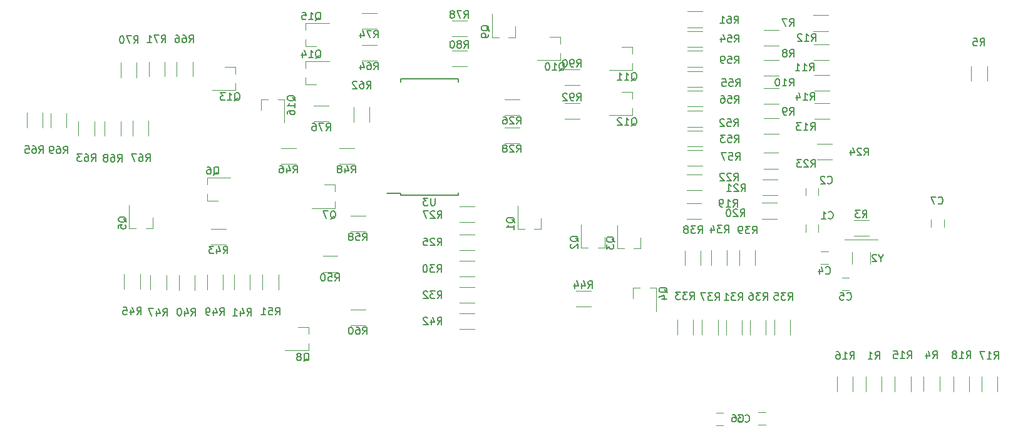
<source format=gbr>
G04 #@! TF.FileFunction,Legend,Bot*
%FSLAX46Y46*%
G04 Gerber Fmt 4.6, Leading zero omitted, Abs format (unit mm)*
G04 Created by KiCad (PCBNEW 4.0.6) date Monday, March 05, 2018 'AMt' 11:38:23 AM*
%MOMM*%
%LPD*%
G01*
G04 APERTURE LIST*
%ADD10C,0.100000*%
%ADD11C,0.120000*%
%ADD12C,0.150000*%
G04 APERTURE END LIST*
D10*
D11*
X155171800Y-77606400D02*
X155171800Y-75606400D01*
X153031800Y-75606400D02*
X153031800Y-77606400D01*
X151400000Y-56543600D02*
X153400000Y-56543600D01*
X153400000Y-54403600D02*
X151400000Y-54403600D01*
X162969600Y-77555600D02*
X162969600Y-75555600D01*
X160829600Y-75555600D02*
X160829600Y-77555600D01*
X169421200Y-35569400D02*
X169421200Y-33569400D01*
X167281200Y-33569400D02*
X167281200Y-35569400D01*
X145939000Y-28819500D02*
X147939000Y-28819500D01*
X147939000Y-26679500D02*
X145939000Y-26679500D01*
X146002500Y-32756500D02*
X148002500Y-32756500D01*
X148002500Y-30616500D02*
X146002500Y-30616500D01*
X146066000Y-40694000D02*
X148066000Y-40694000D01*
X148066000Y-38554000D02*
X146066000Y-38554000D01*
X146066000Y-36884000D02*
X148066000Y-36884000D01*
X148066000Y-34744000D02*
X146066000Y-34744000D01*
X139208000Y-34852000D02*
X141208000Y-34852000D01*
X141208000Y-32712000D02*
X139208000Y-32712000D01*
X139208000Y-30788000D02*
X141208000Y-30788000D01*
X141208000Y-28648000D02*
X139208000Y-28648000D01*
X139208000Y-42726000D02*
X141208000Y-42726000D01*
X141208000Y-40586000D02*
X139208000Y-40586000D01*
X139208000Y-38662000D02*
X141208000Y-38662000D01*
X141208000Y-36522000D02*
X139208000Y-36522000D01*
X159083400Y-77581000D02*
X159083400Y-75581000D01*
X156943400Y-75581000D02*
X156943400Y-77581000D01*
X151260200Y-77581000D02*
X151260200Y-75581000D01*
X149120200Y-75581000D02*
X149120200Y-77581000D01*
X170818200Y-77606400D02*
X170818200Y-75606400D01*
X168678200Y-75606400D02*
X168678200Y-77606400D01*
X166982800Y-77606400D02*
X166982800Y-75606400D01*
X164842800Y-75606400D02*
X164842800Y-77606400D01*
X130768600Y-52117600D02*
X128768600Y-52117600D01*
X128768600Y-54257600D02*
X130768600Y-54257600D01*
X140979400Y-52066800D02*
X138979400Y-52066800D01*
X138979400Y-54206800D02*
X140979400Y-54206800D01*
X141081000Y-48891800D02*
X139081000Y-48891800D01*
X139081000Y-51031800D02*
X141081000Y-51031800D01*
X130794000Y-48206000D02*
X128794000Y-48206000D01*
X128794000Y-50346000D02*
X130794000Y-50346000D01*
X141182600Y-45310400D02*
X139182600Y-45310400D01*
X139182600Y-47450400D02*
X141182600Y-47450400D01*
X148421600Y-44065800D02*
X146421600Y-44065800D01*
X146421600Y-46205800D02*
X148421600Y-46205800D01*
X98060000Y-58474000D02*
X100060000Y-58474000D01*
X100060000Y-56334000D02*
X98060000Y-56334000D01*
X106156000Y-38046000D02*
X104156000Y-38046000D01*
X104156000Y-40186000D02*
X106156000Y-40186000D01*
X98060000Y-54664000D02*
X100060000Y-54664000D01*
X100060000Y-52524000D02*
X98060000Y-52524000D01*
X106156000Y-41856000D02*
X104156000Y-41856000D01*
X104156000Y-43996000D02*
X106156000Y-43996000D01*
X98060000Y-62030000D02*
X100060000Y-62030000D01*
X100060000Y-59890000D02*
X98060000Y-59890000D01*
X98060000Y-65586000D02*
X100060000Y-65586000D01*
X100060000Y-63446000D02*
X98060000Y-63446000D01*
X98060000Y-69142000D02*
X100060000Y-69142000D01*
X100060000Y-67002000D02*
X98060000Y-67002000D01*
X113808000Y-66094000D02*
X115808000Y-66094000D01*
X115808000Y-63954000D02*
X113808000Y-63954000D01*
X75930000Y-44650000D02*
X73930000Y-44650000D01*
X73930000Y-46790000D02*
X75930000Y-46790000D01*
X83804000Y-44650000D02*
X81804000Y-44650000D01*
X81804000Y-46790000D02*
X83804000Y-46790000D01*
X85328000Y-53794000D02*
X83328000Y-53794000D01*
X83328000Y-55934000D02*
X85328000Y-55934000D01*
X85328000Y-66494000D02*
X83328000Y-66494000D01*
X83328000Y-68634000D02*
X85328000Y-68634000D01*
X85906000Y-41132000D02*
X85906000Y-39132000D01*
X83766000Y-39132000D02*
X83766000Y-41132000D01*
X86852000Y-30680000D02*
X84852000Y-30680000D01*
X84852000Y-32820000D02*
X86852000Y-32820000D01*
X86852000Y-26362000D02*
X84852000Y-26362000D01*
X84852000Y-28502000D02*
X86852000Y-28502000D01*
X80375000Y-38935000D02*
X78375000Y-38935000D01*
X78375000Y-41075000D02*
X80375000Y-41075000D01*
X97044000Y-29518000D02*
X99044000Y-29518000D01*
X99044000Y-27378000D02*
X97044000Y-27378000D01*
X97044000Y-33582000D02*
X99044000Y-33582000D01*
X99044000Y-31442000D02*
X97044000Y-31442000D01*
X112284000Y-36122000D02*
X114284000Y-36122000D01*
X114284000Y-33982000D02*
X112284000Y-33982000D01*
X112284000Y-40694000D02*
X114284000Y-40694000D01*
X114284000Y-38554000D02*
X112284000Y-38554000D01*
D12*
X90105000Y-51055000D02*
X90105000Y-50780000D01*
X97855000Y-51055000D02*
X97855000Y-50690000D01*
X97855000Y-35305000D02*
X97855000Y-35670000D01*
X90105000Y-35305000D02*
X90105000Y-35670000D01*
X90105000Y-51055000D02*
X97855000Y-51055000D01*
X90105000Y-35305000D02*
X97855000Y-35305000D01*
X90105000Y-50780000D02*
X88280000Y-50780000D01*
D11*
X151174600Y-58712200D02*
X151174600Y-60312200D01*
X153574600Y-58712200D02*
X153574600Y-60312200D01*
X150099600Y-57062200D02*
X154649600Y-57062200D01*
X134108800Y-67935600D02*
X134108800Y-69935600D01*
X136248800Y-69935600D02*
X136248800Y-67935600D01*
X127504800Y-67910200D02*
X127504800Y-69910200D01*
X129644800Y-69910200D02*
X129644800Y-67910200D01*
X132102200Y-58512200D02*
X132102200Y-60512200D01*
X134242200Y-60512200D02*
X134242200Y-58512200D01*
X140662000Y-67884800D02*
X140662000Y-69884800D01*
X142802000Y-69884800D02*
X142802000Y-67884800D01*
X137360000Y-67935600D02*
X137360000Y-69935600D01*
X139500000Y-69935600D02*
X139500000Y-67935600D01*
X130857600Y-67884800D02*
X130857600Y-69884800D01*
X132997600Y-69884800D02*
X132997600Y-67884800D01*
X128546200Y-58537600D02*
X128546200Y-60537600D01*
X130686200Y-60537600D02*
X130686200Y-58537600D01*
X135912200Y-58512200D02*
X135912200Y-60512200D01*
X138052200Y-60512200D02*
X138052200Y-58512200D01*
X60144000Y-61865000D02*
X60144000Y-63865000D01*
X62284000Y-63865000D02*
X62284000Y-61865000D01*
X67573500Y-61801500D02*
X67573500Y-63801500D01*
X69713500Y-63801500D02*
X69713500Y-61801500D01*
X66468500Y-55572000D02*
X64468500Y-55572000D01*
X64468500Y-57712000D02*
X66468500Y-57712000D01*
X52714500Y-61738000D02*
X52714500Y-63738000D01*
X54854500Y-63738000D02*
X54854500Y-61738000D01*
X56283200Y-61839600D02*
X56283200Y-63839600D01*
X58423200Y-63839600D02*
X58423200Y-61839600D01*
X63954000Y-61801500D02*
X63954000Y-63801500D01*
X66094000Y-63801500D02*
X66094000Y-61801500D01*
X81568800Y-59280400D02*
X79568800Y-59280400D01*
X79568800Y-61420400D02*
X81568800Y-61420400D01*
X73561600Y-63788800D02*
X73561600Y-61788800D01*
X71421600Y-61788800D02*
X71421600Y-63788800D01*
X130921000Y-39633500D02*
X128921000Y-39633500D01*
X128921000Y-41773500D02*
X130921000Y-41773500D01*
X130921000Y-42300500D02*
X128921000Y-42300500D01*
X128921000Y-44440500D02*
X130921000Y-44440500D01*
X130921000Y-28838500D02*
X128921000Y-28838500D01*
X128921000Y-30978500D02*
X130921000Y-30978500D01*
X130921000Y-34236000D02*
X128921000Y-34236000D01*
X128921000Y-36376000D02*
X130921000Y-36376000D01*
X130921000Y-36903000D02*
X128921000Y-36903000D01*
X128921000Y-39043000D02*
X130921000Y-39043000D01*
X130921000Y-44904000D02*
X128921000Y-44904000D01*
X128921000Y-47044000D02*
X130921000Y-47044000D01*
X130921000Y-31505500D02*
X128921000Y-31505500D01*
X128921000Y-33645500D02*
X130921000Y-33645500D01*
X130921000Y-26171500D02*
X128921000Y-26171500D01*
X128921000Y-28311500D02*
X130921000Y-28311500D01*
X46529600Y-41011600D02*
X46529600Y-43011600D01*
X48669600Y-43011600D02*
X48669600Y-41011600D01*
X39534440Y-39858440D02*
X39534440Y-41858440D01*
X41674440Y-41858440D02*
X41674440Y-39858440D01*
X61979200Y-34985200D02*
X61979200Y-32985200D01*
X59839200Y-32985200D02*
X59839200Y-34985200D01*
X53844800Y-40960800D02*
X53844800Y-42960800D01*
X55984800Y-42960800D02*
X55984800Y-40960800D01*
X50085600Y-41011600D02*
X50085600Y-43011600D01*
X52225600Y-43011600D02*
X52225600Y-41011600D01*
X42793260Y-39909240D02*
X42793260Y-41909240D01*
X44933260Y-41909240D02*
X44933260Y-39909240D01*
X54410000Y-35086800D02*
X54410000Y-33086800D01*
X52270000Y-33086800D02*
X52270000Y-35086800D01*
X58220000Y-34985200D02*
X58220000Y-32985200D01*
X56080000Y-32985200D02*
X56080000Y-34985200D01*
X146595200Y-54999000D02*
X146595200Y-55999000D01*
X144895200Y-55999000D02*
X144895200Y-54999000D01*
X144895200Y-51071400D02*
X144895200Y-50071400D01*
X146595200Y-50071400D02*
X146595200Y-51071400D01*
X132753480Y-80460480D02*
X133753480Y-80460480D01*
X133753480Y-82160480D02*
X132753480Y-82160480D01*
X147921600Y-60362200D02*
X146921600Y-60362200D01*
X146921600Y-58662200D02*
X147921600Y-58662200D01*
X150766400Y-63867400D02*
X149766400Y-63867400D01*
X149766400Y-62167400D02*
X150766400Y-62167400D01*
X139488800Y-82140160D02*
X138488800Y-82140160D01*
X138488800Y-80440160D02*
X139488800Y-80440160D01*
X163562400Y-54338600D02*
X163562400Y-55338600D01*
X161862400Y-55338600D02*
X161862400Y-54338600D01*
X109072800Y-55624000D02*
X108142800Y-55624000D01*
X105912800Y-55624000D02*
X106842800Y-55624000D01*
X105912800Y-55624000D02*
X105912800Y-52464000D01*
X109072800Y-55624000D02*
X109072800Y-54164000D01*
X117683400Y-58164000D02*
X116753400Y-58164000D01*
X114523400Y-58164000D02*
X115453400Y-58164000D01*
X114523400Y-58164000D02*
X114523400Y-55004000D01*
X117683400Y-58164000D02*
X117683400Y-56704000D01*
X122560200Y-58265600D02*
X121630200Y-58265600D01*
X119400200Y-58265600D02*
X120330200Y-58265600D01*
X119400200Y-58265600D02*
X119400200Y-55105600D01*
X122560200Y-58265600D02*
X122560200Y-56805600D01*
X121533800Y-63578200D02*
X122463800Y-63578200D01*
X124693800Y-63578200D02*
X123763800Y-63578200D01*
X124693800Y-63578200D02*
X124693800Y-66738200D01*
X121533800Y-63578200D02*
X121533800Y-65038200D01*
X56545600Y-55547800D02*
X55615600Y-55547800D01*
X53385600Y-55547800D02*
X54315600Y-55547800D01*
X53385600Y-55547800D02*
X53385600Y-52387800D01*
X56545600Y-55547800D02*
X56545600Y-54087800D01*
X63933800Y-51821200D02*
X63933800Y-50891200D01*
X63933800Y-48661200D02*
X63933800Y-49591200D01*
X63933800Y-48661200D02*
X67093800Y-48661200D01*
X63933800Y-51821200D02*
X65393800Y-51821200D01*
X81252600Y-49626400D02*
X81252600Y-50556400D01*
X81252600Y-52786400D02*
X81252600Y-51856400D01*
X81252600Y-52786400D02*
X78092600Y-52786400D01*
X81252600Y-49626400D02*
X79792600Y-49626400D01*
X77645800Y-68879600D02*
X77645800Y-69809600D01*
X77645800Y-72039600D02*
X77645800Y-71109600D01*
X77645800Y-72039600D02*
X74485800Y-72039600D01*
X77645800Y-68879600D02*
X76185800Y-68879600D01*
X105618400Y-29665200D02*
X104688400Y-29665200D01*
X102458400Y-29665200D02*
X103388400Y-29665200D01*
X102458400Y-29665200D02*
X102458400Y-26505200D01*
X105618400Y-29665200D02*
X105618400Y-28205200D01*
X111707200Y-29573100D02*
X111707200Y-30503100D01*
X111707200Y-32733100D02*
X111707200Y-31803100D01*
X111707200Y-32733100D02*
X108547200Y-32733100D01*
X111707200Y-29573100D02*
X110247200Y-29573100D01*
X121473500Y-30932000D02*
X121473500Y-31862000D01*
X121473500Y-34092000D02*
X121473500Y-33162000D01*
X121473500Y-34092000D02*
X118313500Y-34092000D01*
X121473500Y-30932000D02*
X120013500Y-30932000D01*
X121476040Y-37022920D02*
X121476040Y-37952920D01*
X121476040Y-40182920D02*
X121476040Y-39252920D01*
X121476040Y-40182920D02*
X118316040Y-40182920D01*
X121476040Y-37022920D02*
X120016040Y-37022920D01*
X67790600Y-33654880D02*
X67790600Y-34584880D01*
X67790600Y-36814880D02*
X67790600Y-35884880D01*
X67790600Y-36814880D02*
X64630600Y-36814880D01*
X67790600Y-33654880D02*
X66330600Y-33654880D01*
X77253560Y-36042720D02*
X77253560Y-35112720D01*
X77253560Y-32882720D02*
X77253560Y-33812720D01*
X77253560Y-32882720D02*
X80413560Y-32882720D01*
X77253560Y-36042720D02*
X78713560Y-36042720D01*
X77253560Y-30901760D02*
X77253560Y-29971760D01*
X77253560Y-27741760D02*
X77253560Y-28671760D01*
X77253560Y-27741760D02*
X80413560Y-27741760D01*
X77253560Y-30901760D02*
X78713560Y-30901760D01*
X71241800Y-38086760D02*
X72171800Y-38086760D01*
X74401800Y-38086760D02*
X73471800Y-38086760D01*
X74401800Y-38086760D02*
X74401800Y-41246760D01*
X71241800Y-38086760D02*
X71241800Y-39546760D01*
D12*
X154268466Y-73197981D02*
X154601800Y-72721790D01*
X154839895Y-73197981D02*
X154839895Y-72197981D01*
X154458942Y-72197981D01*
X154363704Y-72245600D01*
X154316085Y-72293219D01*
X154268466Y-72388457D01*
X154268466Y-72531314D01*
X154316085Y-72626552D01*
X154363704Y-72674171D01*
X154458942Y-72721790D01*
X154839895Y-72721790D01*
X153316085Y-73197981D02*
X153887514Y-73197981D01*
X153601800Y-73197981D02*
X153601800Y-72197981D01*
X153697038Y-72340838D01*
X153792276Y-72436076D01*
X153887514Y-72483695D01*
X152566666Y-54075981D02*
X152900000Y-53599790D01*
X153138095Y-54075981D02*
X153138095Y-53075981D01*
X152757142Y-53075981D01*
X152661904Y-53123600D01*
X152614285Y-53171219D01*
X152566666Y-53266457D01*
X152566666Y-53409314D01*
X152614285Y-53504552D01*
X152661904Y-53552171D01*
X152757142Y-53599790D01*
X153138095Y-53599790D01*
X152233333Y-53075981D02*
X151614285Y-53075981D01*
X151947619Y-53456933D01*
X151804761Y-53456933D01*
X151709523Y-53504552D01*
X151661904Y-53552171D01*
X151614285Y-53647410D01*
X151614285Y-53885505D01*
X151661904Y-53980743D01*
X151709523Y-54028362D01*
X151804761Y-54075981D01*
X152090476Y-54075981D01*
X152185714Y-54028362D01*
X152233333Y-53980743D01*
X162066266Y-73121781D02*
X162399600Y-72645590D01*
X162637695Y-73121781D02*
X162637695Y-72121781D01*
X162256742Y-72121781D01*
X162161504Y-72169400D01*
X162113885Y-72217019D01*
X162066266Y-72312257D01*
X162066266Y-72455114D01*
X162113885Y-72550352D01*
X162161504Y-72597971D01*
X162256742Y-72645590D01*
X162637695Y-72645590D01*
X161209123Y-72455114D02*
X161209123Y-73121781D01*
X161447219Y-72074162D02*
X161685314Y-72788448D01*
X161066266Y-72788448D01*
X168467066Y-30805381D02*
X168800400Y-30329190D01*
X169038495Y-30805381D02*
X169038495Y-29805381D01*
X168657542Y-29805381D01*
X168562304Y-29853000D01*
X168514685Y-29900619D01*
X168467066Y-29995857D01*
X168467066Y-30138714D01*
X168514685Y-30233952D01*
X168562304Y-30281571D01*
X168657542Y-30329190D01*
X169038495Y-30329190D01*
X167562304Y-29805381D02*
X168038495Y-29805381D01*
X168086114Y-30281571D01*
X168038495Y-30233952D01*
X167943257Y-30186333D01*
X167705161Y-30186333D01*
X167609923Y-30233952D01*
X167562304Y-30281571D01*
X167514685Y-30376810D01*
X167514685Y-30614905D01*
X167562304Y-30710143D01*
X167609923Y-30757762D01*
X167705161Y-30805381D01*
X167943257Y-30805381D01*
X168038495Y-30757762D01*
X168086114Y-30710143D01*
X142711466Y-28138381D02*
X143044800Y-27662190D01*
X143282895Y-28138381D02*
X143282895Y-27138381D01*
X142901942Y-27138381D01*
X142806704Y-27186000D01*
X142759085Y-27233619D01*
X142711466Y-27328857D01*
X142711466Y-27471714D01*
X142759085Y-27566952D01*
X142806704Y-27614571D01*
X142901942Y-27662190D01*
X143282895Y-27662190D01*
X142378133Y-27138381D02*
X141711466Y-27138381D01*
X142140038Y-28138381D01*
X142711466Y-32303981D02*
X143044800Y-31827790D01*
X143282895Y-32303981D02*
X143282895Y-31303981D01*
X142901942Y-31303981D01*
X142806704Y-31351600D01*
X142759085Y-31399219D01*
X142711466Y-31494457D01*
X142711466Y-31637314D01*
X142759085Y-31732552D01*
X142806704Y-31780171D01*
X142901942Y-31827790D01*
X143282895Y-31827790D01*
X142140038Y-31732552D02*
X142235276Y-31684933D01*
X142282895Y-31637314D01*
X142330514Y-31542076D01*
X142330514Y-31494457D01*
X142282895Y-31399219D01*
X142235276Y-31351600D01*
X142140038Y-31303981D01*
X141949561Y-31303981D01*
X141854323Y-31351600D01*
X141806704Y-31399219D01*
X141759085Y-31494457D01*
X141759085Y-31542076D01*
X141806704Y-31637314D01*
X141854323Y-31684933D01*
X141949561Y-31732552D01*
X142140038Y-31732552D01*
X142235276Y-31780171D01*
X142282895Y-31827790D01*
X142330514Y-31923029D01*
X142330514Y-32113505D01*
X142282895Y-32208743D01*
X142235276Y-32256362D01*
X142140038Y-32303981D01*
X141949561Y-32303981D01*
X141854323Y-32256362D01*
X141806704Y-32208743D01*
X141759085Y-32113505D01*
X141759085Y-31923029D01*
X141806704Y-31827790D01*
X141854323Y-31780171D01*
X141949561Y-31732552D01*
X142711466Y-40152581D02*
X143044800Y-39676390D01*
X143282895Y-40152581D02*
X143282895Y-39152581D01*
X142901942Y-39152581D01*
X142806704Y-39200200D01*
X142759085Y-39247819D01*
X142711466Y-39343057D01*
X142711466Y-39485914D01*
X142759085Y-39581152D01*
X142806704Y-39628771D01*
X142901942Y-39676390D01*
X143282895Y-39676390D01*
X142235276Y-40152581D02*
X142044800Y-40152581D01*
X141949561Y-40104962D01*
X141901942Y-40057343D01*
X141806704Y-39914486D01*
X141759085Y-39724010D01*
X141759085Y-39343057D01*
X141806704Y-39247819D01*
X141854323Y-39200200D01*
X141949561Y-39152581D01*
X142140038Y-39152581D01*
X142235276Y-39200200D01*
X142282895Y-39247819D01*
X142330514Y-39343057D01*
X142330514Y-39581152D01*
X142282895Y-39676390D01*
X142235276Y-39724010D01*
X142140038Y-39771629D01*
X141949561Y-39771629D01*
X141854323Y-39724010D01*
X141806704Y-39676390D01*
X141759085Y-39581152D01*
X142679657Y-36240981D02*
X143012991Y-35764790D01*
X143251086Y-36240981D02*
X143251086Y-35240981D01*
X142870133Y-35240981D01*
X142774895Y-35288600D01*
X142727276Y-35336219D01*
X142679657Y-35431457D01*
X142679657Y-35574314D01*
X142727276Y-35669552D01*
X142774895Y-35717171D01*
X142870133Y-35764790D01*
X143251086Y-35764790D01*
X141727276Y-36240981D02*
X142298705Y-36240981D01*
X142012991Y-36240981D02*
X142012991Y-35240981D01*
X142108229Y-35383838D01*
X142203467Y-35479076D01*
X142298705Y-35526695D01*
X141108229Y-35240981D02*
X141012990Y-35240981D01*
X140917752Y-35288600D01*
X140870133Y-35336219D01*
X140822514Y-35431457D01*
X140774895Y-35621933D01*
X140774895Y-35860029D01*
X140822514Y-36050505D01*
X140870133Y-36145743D01*
X140917752Y-36193362D01*
X141012990Y-36240981D01*
X141108229Y-36240981D01*
X141203467Y-36193362D01*
X141251086Y-36145743D01*
X141298705Y-36050505D01*
X141346324Y-35860029D01*
X141346324Y-35621933D01*
X141298705Y-35431457D01*
X141251086Y-35336219D01*
X141203467Y-35288600D01*
X141108229Y-35240981D01*
X145397457Y-34183581D02*
X145730791Y-33707390D01*
X145968886Y-34183581D02*
X145968886Y-33183581D01*
X145587933Y-33183581D01*
X145492695Y-33231200D01*
X145445076Y-33278819D01*
X145397457Y-33374057D01*
X145397457Y-33516914D01*
X145445076Y-33612152D01*
X145492695Y-33659771D01*
X145587933Y-33707390D01*
X145968886Y-33707390D01*
X144445076Y-34183581D02*
X145016505Y-34183581D01*
X144730791Y-34183581D02*
X144730791Y-33183581D01*
X144826029Y-33326438D01*
X144921267Y-33421676D01*
X145016505Y-33469295D01*
X143492695Y-34183581D02*
X144064124Y-34183581D01*
X143778410Y-34183581D02*
X143778410Y-33183581D01*
X143873648Y-33326438D01*
X143968886Y-33421676D01*
X144064124Y-33469295D01*
X145676857Y-30195781D02*
X146010191Y-29719590D01*
X146248286Y-30195781D02*
X146248286Y-29195781D01*
X145867333Y-29195781D01*
X145772095Y-29243400D01*
X145724476Y-29291019D01*
X145676857Y-29386257D01*
X145676857Y-29529114D01*
X145724476Y-29624352D01*
X145772095Y-29671971D01*
X145867333Y-29719590D01*
X146248286Y-29719590D01*
X144724476Y-30195781D02*
X145295905Y-30195781D01*
X145010191Y-30195781D02*
X145010191Y-29195781D01*
X145105429Y-29338638D01*
X145200667Y-29433876D01*
X145295905Y-29481495D01*
X144343524Y-29291019D02*
X144295905Y-29243400D01*
X144200667Y-29195781D01*
X143962571Y-29195781D01*
X143867333Y-29243400D01*
X143819714Y-29291019D01*
X143772095Y-29386257D01*
X143772095Y-29481495D01*
X143819714Y-29624352D01*
X144391143Y-30195781D01*
X143772095Y-30195781D01*
X145549857Y-42235381D02*
X145883191Y-41759190D01*
X146121286Y-42235381D02*
X146121286Y-41235381D01*
X145740333Y-41235381D01*
X145645095Y-41283000D01*
X145597476Y-41330619D01*
X145549857Y-41425857D01*
X145549857Y-41568714D01*
X145597476Y-41663952D01*
X145645095Y-41711571D01*
X145740333Y-41759190D01*
X146121286Y-41759190D01*
X144597476Y-42235381D02*
X145168905Y-42235381D01*
X144883191Y-42235381D02*
X144883191Y-41235381D01*
X144978429Y-41378238D01*
X145073667Y-41473476D01*
X145168905Y-41521095D01*
X144264143Y-41235381D02*
X143645095Y-41235381D01*
X143978429Y-41616333D01*
X143835571Y-41616333D01*
X143740333Y-41663952D01*
X143692714Y-41711571D01*
X143645095Y-41806810D01*
X143645095Y-42044905D01*
X143692714Y-42140143D01*
X143740333Y-42187762D01*
X143835571Y-42235381D01*
X144121286Y-42235381D01*
X144216524Y-42187762D01*
X144264143Y-42140143D01*
X145499057Y-38171381D02*
X145832391Y-37695190D01*
X146070486Y-38171381D02*
X146070486Y-37171381D01*
X145689533Y-37171381D01*
X145594295Y-37219000D01*
X145546676Y-37266619D01*
X145499057Y-37361857D01*
X145499057Y-37504714D01*
X145546676Y-37599952D01*
X145594295Y-37647571D01*
X145689533Y-37695190D01*
X146070486Y-37695190D01*
X144546676Y-38171381D02*
X145118105Y-38171381D01*
X144832391Y-38171381D02*
X144832391Y-37171381D01*
X144927629Y-37314238D01*
X145022867Y-37409476D01*
X145118105Y-37457095D01*
X143689533Y-37504714D02*
X143689533Y-38171381D01*
X143927629Y-37123762D02*
X144165724Y-37838048D01*
X143546676Y-37838048D01*
X158630857Y-73147181D02*
X158964191Y-72670990D01*
X159202286Y-73147181D02*
X159202286Y-72147181D01*
X158821333Y-72147181D01*
X158726095Y-72194800D01*
X158678476Y-72242419D01*
X158630857Y-72337657D01*
X158630857Y-72480514D01*
X158678476Y-72575752D01*
X158726095Y-72623371D01*
X158821333Y-72670990D01*
X159202286Y-72670990D01*
X157678476Y-73147181D02*
X158249905Y-73147181D01*
X157964191Y-73147181D02*
X157964191Y-72147181D01*
X158059429Y-72290038D01*
X158154667Y-72385276D01*
X158249905Y-72432895D01*
X156773714Y-72147181D02*
X157249905Y-72147181D01*
X157297524Y-72623371D01*
X157249905Y-72575752D01*
X157154667Y-72528133D01*
X156916571Y-72528133D01*
X156821333Y-72575752D01*
X156773714Y-72623371D01*
X156726095Y-72718610D01*
X156726095Y-72956705D01*
X156773714Y-73051943D01*
X156821333Y-73099562D01*
X156916571Y-73147181D01*
X157154667Y-73147181D01*
X157249905Y-73099562D01*
X157297524Y-73051943D01*
X150858457Y-73197981D02*
X151191791Y-72721790D01*
X151429886Y-73197981D02*
X151429886Y-72197981D01*
X151048933Y-72197981D01*
X150953695Y-72245600D01*
X150906076Y-72293219D01*
X150858457Y-72388457D01*
X150858457Y-72531314D01*
X150906076Y-72626552D01*
X150953695Y-72674171D01*
X151048933Y-72721790D01*
X151429886Y-72721790D01*
X149906076Y-73197981D02*
X150477505Y-73197981D01*
X150191791Y-73197981D02*
X150191791Y-72197981D01*
X150287029Y-72340838D01*
X150382267Y-72436076D01*
X150477505Y-72483695D01*
X149048933Y-72197981D02*
X149239410Y-72197981D01*
X149334648Y-72245600D01*
X149382267Y-72293219D01*
X149477505Y-72436076D01*
X149525124Y-72626552D01*
X149525124Y-73007505D01*
X149477505Y-73102743D01*
X149429886Y-73150362D01*
X149334648Y-73197981D01*
X149144171Y-73197981D01*
X149048933Y-73150362D01*
X149001314Y-73102743D01*
X148953695Y-73007505D01*
X148953695Y-72769410D01*
X149001314Y-72674171D01*
X149048933Y-72626552D01*
X149144171Y-72578933D01*
X149334648Y-72578933D01*
X149429886Y-72626552D01*
X149477505Y-72674171D01*
X149525124Y-72769410D01*
X170365657Y-73172581D02*
X170698991Y-72696390D01*
X170937086Y-73172581D02*
X170937086Y-72172581D01*
X170556133Y-72172581D01*
X170460895Y-72220200D01*
X170413276Y-72267819D01*
X170365657Y-72363057D01*
X170365657Y-72505914D01*
X170413276Y-72601152D01*
X170460895Y-72648771D01*
X170556133Y-72696390D01*
X170937086Y-72696390D01*
X169413276Y-73172581D02*
X169984705Y-73172581D01*
X169698991Y-73172581D02*
X169698991Y-72172581D01*
X169794229Y-72315438D01*
X169889467Y-72410676D01*
X169984705Y-72458295D01*
X169079943Y-72172581D02*
X168413276Y-72172581D01*
X168841848Y-73172581D01*
X166606457Y-73147181D02*
X166939791Y-72670990D01*
X167177886Y-73147181D02*
X167177886Y-72147181D01*
X166796933Y-72147181D01*
X166701695Y-72194800D01*
X166654076Y-72242419D01*
X166606457Y-72337657D01*
X166606457Y-72480514D01*
X166654076Y-72575752D01*
X166701695Y-72623371D01*
X166796933Y-72670990D01*
X167177886Y-72670990D01*
X165654076Y-73147181D02*
X166225505Y-73147181D01*
X165939791Y-73147181D02*
X165939791Y-72147181D01*
X166035029Y-72290038D01*
X166130267Y-72385276D01*
X166225505Y-72432895D01*
X165082648Y-72575752D02*
X165177886Y-72528133D01*
X165225505Y-72480514D01*
X165273124Y-72385276D01*
X165273124Y-72337657D01*
X165225505Y-72242419D01*
X165177886Y-72194800D01*
X165082648Y-72147181D01*
X164892171Y-72147181D01*
X164796933Y-72194800D01*
X164749314Y-72242419D01*
X164701695Y-72337657D01*
X164701695Y-72385276D01*
X164749314Y-72480514D01*
X164796933Y-72528133D01*
X164892171Y-72575752D01*
X165082648Y-72575752D01*
X165177886Y-72623371D01*
X165225505Y-72670990D01*
X165273124Y-72766229D01*
X165273124Y-72956705D01*
X165225505Y-73051943D01*
X165177886Y-73099562D01*
X165082648Y-73147181D01*
X164892171Y-73147181D01*
X164796933Y-73099562D01*
X164749314Y-73051943D01*
X164701695Y-72956705D01*
X164701695Y-72766229D01*
X164749314Y-72670990D01*
X164796933Y-72623371D01*
X164892171Y-72575752D01*
X135085057Y-52598581D02*
X135418391Y-52122390D01*
X135656486Y-52598581D02*
X135656486Y-51598581D01*
X135275533Y-51598581D01*
X135180295Y-51646200D01*
X135132676Y-51693819D01*
X135085057Y-51789057D01*
X135085057Y-51931914D01*
X135132676Y-52027152D01*
X135180295Y-52074771D01*
X135275533Y-52122390D01*
X135656486Y-52122390D01*
X134132676Y-52598581D02*
X134704105Y-52598581D01*
X134418391Y-52598581D02*
X134418391Y-51598581D01*
X134513629Y-51741438D01*
X134608867Y-51836676D01*
X134704105Y-51884295D01*
X133656486Y-52598581D02*
X133466010Y-52598581D01*
X133370771Y-52550962D01*
X133323152Y-52503343D01*
X133227914Y-52360486D01*
X133180295Y-52170010D01*
X133180295Y-51789057D01*
X133227914Y-51693819D01*
X133275533Y-51646200D01*
X133370771Y-51598581D01*
X133561248Y-51598581D01*
X133656486Y-51646200D01*
X133704105Y-51693819D01*
X133751724Y-51789057D01*
X133751724Y-52027152D01*
X133704105Y-52122390D01*
X133656486Y-52170010D01*
X133561248Y-52217629D01*
X133370771Y-52217629D01*
X133275533Y-52170010D01*
X133227914Y-52122390D01*
X133180295Y-52027152D01*
X136050257Y-53919381D02*
X136383591Y-53443190D01*
X136621686Y-53919381D02*
X136621686Y-52919381D01*
X136240733Y-52919381D01*
X136145495Y-52967000D01*
X136097876Y-53014619D01*
X136050257Y-53109857D01*
X136050257Y-53252714D01*
X136097876Y-53347952D01*
X136145495Y-53395571D01*
X136240733Y-53443190D01*
X136621686Y-53443190D01*
X135669305Y-53014619D02*
X135621686Y-52967000D01*
X135526448Y-52919381D01*
X135288352Y-52919381D01*
X135193114Y-52967000D01*
X135145495Y-53014619D01*
X135097876Y-53109857D01*
X135097876Y-53205095D01*
X135145495Y-53347952D01*
X135716924Y-53919381D01*
X135097876Y-53919381D01*
X134478829Y-52919381D02*
X134383590Y-52919381D01*
X134288352Y-52967000D01*
X134240733Y-53014619D01*
X134193114Y-53109857D01*
X134145495Y-53300333D01*
X134145495Y-53538429D01*
X134193114Y-53728905D01*
X134240733Y-53824143D01*
X134288352Y-53871762D01*
X134383590Y-53919381D01*
X134478829Y-53919381D01*
X134574067Y-53871762D01*
X134621686Y-53824143D01*
X134669305Y-53728905D01*
X134716924Y-53538429D01*
X134716924Y-53300333D01*
X134669305Y-53109857D01*
X134621686Y-53014619D01*
X134574067Y-52967000D01*
X134478829Y-52919381D01*
X136126457Y-50541181D02*
X136459791Y-50064990D01*
X136697886Y-50541181D02*
X136697886Y-49541181D01*
X136316933Y-49541181D01*
X136221695Y-49588800D01*
X136174076Y-49636419D01*
X136126457Y-49731657D01*
X136126457Y-49874514D01*
X136174076Y-49969752D01*
X136221695Y-50017371D01*
X136316933Y-50064990D01*
X136697886Y-50064990D01*
X135745505Y-49636419D02*
X135697886Y-49588800D01*
X135602648Y-49541181D01*
X135364552Y-49541181D01*
X135269314Y-49588800D01*
X135221695Y-49636419D01*
X135174076Y-49731657D01*
X135174076Y-49826895D01*
X135221695Y-49969752D01*
X135793124Y-50541181D01*
X135174076Y-50541181D01*
X134221695Y-50541181D02*
X134793124Y-50541181D01*
X134507410Y-50541181D02*
X134507410Y-49541181D01*
X134602648Y-49684038D01*
X134697886Y-49779276D01*
X134793124Y-49826895D01*
X135186657Y-49042581D02*
X135519991Y-48566390D01*
X135758086Y-49042581D02*
X135758086Y-48042581D01*
X135377133Y-48042581D01*
X135281895Y-48090200D01*
X135234276Y-48137819D01*
X135186657Y-48233057D01*
X135186657Y-48375914D01*
X135234276Y-48471152D01*
X135281895Y-48518771D01*
X135377133Y-48566390D01*
X135758086Y-48566390D01*
X134805705Y-48137819D02*
X134758086Y-48090200D01*
X134662848Y-48042581D01*
X134424752Y-48042581D01*
X134329514Y-48090200D01*
X134281895Y-48137819D01*
X134234276Y-48233057D01*
X134234276Y-48328295D01*
X134281895Y-48471152D01*
X134853324Y-49042581D01*
X134234276Y-49042581D01*
X133853324Y-48137819D02*
X133805705Y-48090200D01*
X133710467Y-48042581D01*
X133472371Y-48042581D01*
X133377133Y-48090200D01*
X133329514Y-48137819D01*
X133281895Y-48233057D01*
X133281895Y-48328295D01*
X133329514Y-48471152D01*
X133900943Y-49042581D01*
X133281895Y-49042581D01*
X145600657Y-47239181D02*
X145933991Y-46762990D01*
X146172086Y-47239181D02*
X146172086Y-46239181D01*
X145791133Y-46239181D01*
X145695895Y-46286800D01*
X145648276Y-46334419D01*
X145600657Y-46429657D01*
X145600657Y-46572514D01*
X145648276Y-46667752D01*
X145695895Y-46715371D01*
X145791133Y-46762990D01*
X146172086Y-46762990D01*
X145219705Y-46334419D02*
X145172086Y-46286800D01*
X145076848Y-46239181D01*
X144838752Y-46239181D01*
X144743514Y-46286800D01*
X144695895Y-46334419D01*
X144648276Y-46429657D01*
X144648276Y-46524895D01*
X144695895Y-46667752D01*
X145267324Y-47239181D01*
X144648276Y-47239181D01*
X144314943Y-46239181D02*
X143695895Y-46239181D01*
X144029229Y-46620133D01*
X143886371Y-46620133D01*
X143791133Y-46667752D01*
X143743514Y-46715371D01*
X143695895Y-46810610D01*
X143695895Y-47048705D01*
X143743514Y-47143943D01*
X143791133Y-47191562D01*
X143886371Y-47239181D01*
X144172086Y-47239181D01*
X144267324Y-47191562D01*
X144314943Y-47143943D01*
X152788857Y-45638981D02*
X153122191Y-45162790D01*
X153360286Y-45638981D02*
X153360286Y-44638981D01*
X152979333Y-44638981D01*
X152884095Y-44686600D01*
X152836476Y-44734219D01*
X152788857Y-44829457D01*
X152788857Y-44972314D01*
X152836476Y-45067552D01*
X152884095Y-45115171D01*
X152979333Y-45162790D01*
X153360286Y-45162790D01*
X152407905Y-44734219D02*
X152360286Y-44686600D01*
X152265048Y-44638981D01*
X152026952Y-44638981D01*
X151931714Y-44686600D01*
X151884095Y-44734219D01*
X151836476Y-44829457D01*
X151836476Y-44924695D01*
X151884095Y-45067552D01*
X152455524Y-45638981D01*
X151836476Y-45638981D01*
X150979333Y-44972314D02*
X150979333Y-45638981D01*
X151217429Y-44591362D02*
X151455524Y-45305648D01*
X150836476Y-45305648D01*
X95080057Y-57830981D02*
X95413391Y-57354790D01*
X95651486Y-57830981D02*
X95651486Y-56830981D01*
X95270533Y-56830981D01*
X95175295Y-56878600D01*
X95127676Y-56926219D01*
X95080057Y-57021457D01*
X95080057Y-57164314D01*
X95127676Y-57259552D01*
X95175295Y-57307171D01*
X95270533Y-57354790D01*
X95651486Y-57354790D01*
X94699105Y-56926219D02*
X94651486Y-56878600D01*
X94556248Y-56830981D01*
X94318152Y-56830981D01*
X94222914Y-56878600D01*
X94175295Y-56926219D01*
X94127676Y-57021457D01*
X94127676Y-57116695D01*
X94175295Y-57259552D01*
X94746724Y-57830981D01*
X94127676Y-57830981D01*
X93222914Y-56830981D02*
X93699105Y-56830981D01*
X93746724Y-57307171D01*
X93699105Y-57259552D01*
X93603867Y-57211933D01*
X93365771Y-57211933D01*
X93270533Y-57259552D01*
X93222914Y-57307171D01*
X93175295Y-57402410D01*
X93175295Y-57640505D01*
X93222914Y-57735743D01*
X93270533Y-57783362D01*
X93365771Y-57830981D01*
X93603867Y-57830981D01*
X93699105Y-57783362D01*
X93746724Y-57735743D01*
X105798857Y-41418381D02*
X106132191Y-40942190D01*
X106370286Y-41418381D02*
X106370286Y-40418381D01*
X105989333Y-40418381D01*
X105894095Y-40466000D01*
X105846476Y-40513619D01*
X105798857Y-40608857D01*
X105798857Y-40751714D01*
X105846476Y-40846952D01*
X105894095Y-40894571D01*
X105989333Y-40942190D01*
X106370286Y-40942190D01*
X105417905Y-40513619D02*
X105370286Y-40466000D01*
X105275048Y-40418381D01*
X105036952Y-40418381D01*
X104941714Y-40466000D01*
X104894095Y-40513619D01*
X104846476Y-40608857D01*
X104846476Y-40704095D01*
X104894095Y-40846952D01*
X105465524Y-41418381D01*
X104846476Y-41418381D01*
X103989333Y-40418381D02*
X104179810Y-40418381D01*
X104275048Y-40466000D01*
X104322667Y-40513619D01*
X104417905Y-40656476D01*
X104465524Y-40846952D01*
X104465524Y-41227905D01*
X104417905Y-41323143D01*
X104370286Y-41370762D01*
X104275048Y-41418381D01*
X104084571Y-41418381D01*
X103989333Y-41370762D01*
X103941714Y-41323143D01*
X103894095Y-41227905D01*
X103894095Y-40989810D01*
X103941714Y-40894571D01*
X103989333Y-40846952D01*
X104084571Y-40799333D01*
X104275048Y-40799333D01*
X104370286Y-40846952D01*
X104417905Y-40894571D01*
X104465524Y-40989810D01*
X95080057Y-54173381D02*
X95413391Y-53697190D01*
X95651486Y-54173381D02*
X95651486Y-53173381D01*
X95270533Y-53173381D01*
X95175295Y-53221000D01*
X95127676Y-53268619D01*
X95080057Y-53363857D01*
X95080057Y-53506714D01*
X95127676Y-53601952D01*
X95175295Y-53649571D01*
X95270533Y-53697190D01*
X95651486Y-53697190D01*
X94699105Y-53268619D02*
X94651486Y-53221000D01*
X94556248Y-53173381D01*
X94318152Y-53173381D01*
X94222914Y-53221000D01*
X94175295Y-53268619D01*
X94127676Y-53363857D01*
X94127676Y-53459095D01*
X94175295Y-53601952D01*
X94746724Y-54173381D01*
X94127676Y-54173381D01*
X93794343Y-53173381D02*
X93127676Y-53173381D01*
X93556248Y-54173381D01*
X105798857Y-45228381D02*
X106132191Y-44752190D01*
X106370286Y-45228381D02*
X106370286Y-44228381D01*
X105989333Y-44228381D01*
X105894095Y-44276000D01*
X105846476Y-44323619D01*
X105798857Y-44418857D01*
X105798857Y-44561714D01*
X105846476Y-44656952D01*
X105894095Y-44704571D01*
X105989333Y-44752190D01*
X106370286Y-44752190D01*
X105417905Y-44323619D02*
X105370286Y-44276000D01*
X105275048Y-44228381D01*
X105036952Y-44228381D01*
X104941714Y-44276000D01*
X104894095Y-44323619D01*
X104846476Y-44418857D01*
X104846476Y-44514095D01*
X104894095Y-44656952D01*
X105465524Y-45228381D01*
X104846476Y-45228381D01*
X104275048Y-44656952D02*
X104370286Y-44609333D01*
X104417905Y-44561714D01*
X104465524Y-44466476D01*
X104465524Y-44418857D01*
X104417905Y-44323619D01*
X104370286Y-44276000D01*
X104275048Y-44228381D01*
X104084571Y-44228381D01*
X103989333Y-44276000D01*
X103941714Y-44323619D01*
X103894095Y-44418857D01*
X103894095Y-44466476D01*
X103941714Y-44561714D01*
X103989333Y-44609333D01*
X104084571Y-44656952D01*
X104275048Y-44656952D01*
X104370286Y-44704571D01*
X104417905Y-44752190D01*
X104465524Y-44847429D01*
X104465524Y-45037905D01*
X104417905Y-45133143D01*
X104370286Y-45180762D01*
X104275048Y-45228381D01*
X104084571Y-45228381D01*
X103989333Y-45180762D01*
X103941714Y-45133143D01*
X103894095Y-45037905D01*
X103894095Y-44847429D01*
X103941714Y-44752190D01*
X103989333Y-44704571D01*
X104084571Y-44656952D01*
X95029257Y-61463181D02*
X95362591Y-60986990D01*
X95600686Y-61463181D02*
X95600686Y-60463181D01*
X95219733Y-60463181D01*
X95124495Y-60510800D01*
X95076876Y-60558419D01*
X95029257Y-60653657D01*
X95029257Y-60796514D01*
X95076876Y-60891752D01*
X95124495Y-60939371D01*
X95219733Y-60986990D01*
X95600686Y-60986990D01*
X94695924Y-60463181D02*
X94076876Y-60463181D01*
X94410210Y-60844133D01*
X94267352Y-60844133D01*
X94172114Y-60891752D01*
X94124495Y-60939371D01*
X94076876Y-61034610D01*
X94076876Y-61272705D01*
X94124495Y-61367943D01*
X94172114Y-61415562D01*
X94267352Y-61463181D01*
X94553067Y-61463181D01*
X94648305Y-61415562D01*
X94695924Y-61367943D01*
X93457829Y-60463181D02*
X93362590Y-60463181D01*
X93267352Y-60510800D01*
X93219733Y-60558419D01*
X93172114Y-60653657D01*
X93124495Y-60844133D01*
X93124495Y-61082229D01*
X93172114Y-61272705D01*
X93219733Y-61367943D01*
X93267352Y-61415562D01*
X93362590Y-61463181D01*
X93457829Y-61463181D01*
X93553067Y-61415562D01*
X93600686Y-61367943D01*
X93648305Y-61272705D01*
X93695924Y-61082229D01*
X93695924Y-60844133D01*
X93648305Y-60653657D01*
X93600686Y-60558419D01*
X93553067Y-60510800D01*
X93457829Y-60463181D01*
X95080057Y-65019181D02*
X95413391Y-64542990D01*
X95651486Y-65019181D02*
X95651486Y-64019181D01*
X95270533Y-64019181D01*
X95175295Y-64066800D01*
X95127676Y-64114419D01*
X95080057Y-64209657D01*
X95080057Y-64352514D01*
X95127676Y-64447752D01*
X95175295Y-64495371D01*
X95270533Y-64542990D01*
X95651486Y-64542990D01*
X94746724Y-64019181D02*
X94127676Y-64019181D01*
X94461010Y-64400133D01*
X94318152Y-64400133D01*
X94222914Y-64447752D01*
X94175295Y-64495371D01*
X94127676Y-64590610D01*
X94127676Y-64828705D01*
X94175295Y-64923943D01*
X94222914Y-64971562D01*
X94318152Y-65019181D01*
X94603867Y-65019181D01*
X94699105Y-64971562D01*
X94746724Y-64923943D01*
X93746724Y-64114419D02*
X93699105Y-64066800D01*
X93603867Y-64019181D01*
X93365771Y-64019181D01*
X93270533Y-64066800D01*
X93222914Y-64114419D01*
X93175295Y-64209657D01*
X93175295Y-64304895D01*
X93222914Y-64447752D01*
X93794343Y-65019181D01*
X93175295Y-65019181D01*
X95080057Y-68549781D02*
X95413391Y-68073590D01*
X95651486Y-68549781D02*
X95651486Y-67549781D01*
X95270533Y-67549781D01*
X95175295Y-67597400D01*
X95127676Y-67645019D01*
X95080057Y-67740257D01*
X95080057Y-67883114D01*
X95127676Y-67978352D01*
X95175295Y-68025971D01*
X95270533Y-68073590D01*
X95651486Y-68073590D01*
X94222914Y-67883114D02*
X94222914Y-68549781D01*
X94461010Y-67502162D02*
X94699105Y-68216448D01*
X94080057Y-68216448D01*
X93746724Y-67645019D02*
X93699105Y-67597400D01*
X93603867Y-67549781D01*
X93365771Y-67549781D01*
X93270533Y-67597400D01*
X93222914Y-67645019D01*
X93175295Y-67740257D01*
X93175295Y-67835495D01*
X93222914Y-67978352D01*
X93794343Y-68549781D01*
X93175295Y-68549781D01*
X115450857Y-63626381D02*
X115784191Y-63150190D01*
X116022286Y-63626381D02*
X116022286Y-62626381D01*
X115641333Y-62626381D01*
X115546095Y-62674000D01*
X115498476Y-62721619D01*
X115450857Y-62816857D01*
X115450857Y-62959714D01*
X115498476Y-63054952D01*
X115546095Y-63102571D01*
X115641333Y-63150190D01*
X116022286Y-63150190D01*
X114593714Y-62959714D02*
X114593714Y-63626381D01*
X114831810Y-62578762D02*
X115069905Y-63293048D01*
X114450857Y-63293048D01*
X113641333Y-62959714D02*
X113641333Y-63626381D01*
X113879429Y-62578762D02*
X114117524Y-63293048D01*
X113498476Y-63293048D01*
X75572857Y-48022381D02*
X75906191Y-47546190D01*
X76144286Y-48022381D02*
X76144286Y-47022381D01*
X75763333Y-47022381D01*
X75668095Y-47070000D01*
X75620476Y-47117619D01*
X75572857Y-47212857D01*
X75572857Y-47355714D01*
X75620476Y-47450952D01*
X75668095Y-47498571D01*
X75763333Y-47546190D01*
X76144286Y-47546190D01*
X74715714Y-47355714D02*
X74715714Y-48022381D01*
X74953810Y-46974762D02*
X75191905Y-47689048D01*
X74572857Y-47689048D01*
X73763333Y-47022381D02*
X73953810Y-47022381D01*
X74049048Y-47070000D01*
X74096667Y-47117619D01*
X74191905Y-47260476D01*
X74239524Y-47450952D01*
X74239524Y-47831905D01*
X74191905Y-47927143D01*
X74144286Y-47974762D01*
X74049048Y-48022381D01*
X73858571Y-48022381D01*
X73763333Y-47974762D01*
X73715714Y-47927143D01*
X73668095Y-47831905D01*
X73668095Y-47593810D01*
X73715714Y-47498571D01*
X73763333Y-47450952D01*
X73858571Y-47403333D01*
X74049048Y-47403333D01*
X74144286Y-47450952D01*
X74191905Y-47498571D01*
X74239524Y-47593810D01*
X83446857Y-48022381D02*
X83780191Y-47546190D01*
X84018286Y-48022381D02*
X84018286Y-47022381D01*
X83637333Y-47022381D01*
X83542095Y-47070000D01*
X83494476Y-47117619D01*
X83446857Y-47212857D01*
X83446857Y-47355714D01*
X83494476Y-47450952D01*
X83542095Y-47498571D01*
X83637333Y-47546190D01*
X84018286Y-47546190D01*
X82589714Y-47355714D02*
X82589714Y-48022381D01*
X82827810Y-46974762D02*
X83065905Y-47689048D01*
X82446857Y-47689048D01*
X81923048Y-47450952D02*
X82018286Y-47403333D01*
X82065905Y-47355714D01*
X82113524Y-47260476D01*
X82113524Y-47212857D01*
X82065905Y-47117619D01*
X82018286Y-47070000D01*
X81923048Y-47022381D01*
X81732571Y-47022381D01*
X81637333Y-47070000D01*
X81589714Y-47117619D01*
X81542095Y-47212857D01*
X81542095Y-47260476D01*
X81589714Y-47355714D01*
X81637333Y-47403333D01*
X81732571Y-47450952D01*
X81923048Y-47450952D01*
X82018286Y-47498571D01*
X82065905Y-47546190D01*
X82113524Y-47641429D01*
X82113524Y-47831905D01*
X82065905Y-47927143D01*
X82018286Y-47974762D01*
X81923048Y-48022381D01*
X81732571Y-48022381D01*
X81637333Y-47974762D01*
X81589714Y-47927143D01*
X81542095Y-47831905D01*
X81542095Y-47641429D01*
X81589714Y-47546190D01*
X81637333Y-47498571D01*
X81732571Y-47450952D01*
X84970857Y-57166381D02*
X85304191Y-56690190D01*
X85542286Y-57166381D02*
X85542286Y-56166381D01*
X85161333Y-56166381D01*
X85066095Y-56214000D01*
X85018476Y-56261619D01*
X84970857Y-56356857D01*
X84970857Y-56499714D01*
X85018476Y-56594952D01*
X85066095Y-56642571D01*
X85161333Y-56690190D01*
X85542286Y-56690190D01*
X84066095Y-56166381D02*
X84542286Y-56166381D01*
X84589905Y-56642571D01*
X84542286Y-56594952D01*
X84447048Y-56547333D01*
X84208952Y-56547333D01*
X84113714Y-56594952D01*
X84066095Y-56642571D01*
X84018476Y-56737810D01*
X84018476Y-56975905D01*
X84066095Y-57071143D01*
X84113714Y-57118762D01*
X84208952Y-57166381D01*
X84447048Y-57166381D01*
X84542286Y-57118762D01*
X84589905Y-57071143D01*
X83447048Y-56594952D02*
X83542286Y-56547333D01*
X83589905Y-56499714D01*
X83637524Y-56404476D01*
X83637524Y-56356857D01*
X83589905Y-56261619D01*
X83542286Y-56214000D01*
X83447048Y-56166381D01*
X83256571Y-56166381D01*
X83161333Y-56214000D01*
X83113714Y-56261619D01*
X83066095Y-56356857D01*
X83066095Y-56404476D01*
X83113714Y-56499714D01*
X83161333Y-56547333D01*
X83256571Y-56594952D01*
X83447048Y-56594952D01*
X83542286Y-56642571D01*
X83589905Y-56690190D01*
X83637524Y-56785429D01*
X83637524Y-56975905D01*
X83589905Y-57071143D01*
X83542286Y-57118762D01*
X83447048Y-57166381D01*
X83256571Y-57166381D01*
X83161333Y-57118762D01*
X83113714Y-57071143D01*
X83066095Y-56975905D01*
X83066095Y-56785429D01*
X83113714Y-56690190D01*
X83161333Y-56642571D01*
X83256571Y-56594952D01*
X84970857Y-69866381D02*
X85304191Y-69390190D01*
X85542286Y-69866381D02*
X85542286Y-68866381D01*
X85161333Y-68866381D01*
X85066095Y-68914000D01*
X85018476Y-68961619D01*
X84970857Y-69056857D01*
X84970857Y-69199714D01*
X85018476Y-69294952D01*
X85066095Y-69342571D01*
X85161333Y-69390190D01*
X85542286Y-69390190D01*
X84113714Y-68866381D02*
X84304191Y-68866381D01*
X84399429Y-68914000D01*
X84447048Y-68961619D01*
X84542286Y-69104476D01*
X84589905Y-69294952D01*
X84589905Y-69675905D01*
X84542286Y-69771143D01*
X84494667Y-69818762D01*
X84399429Y-69866381D01*
X84208952Y-69866381D01*
X84113714Y-69818762D01*
X84066095Y-69771143D01*
X84018476Y-69675905D01*
X84018476Y-69437810D01*
X84066095Y-69342571D01*
X84113714Y-69294952D01*
X84208952Y-69247333D01*
X84399429Y-69247333D01*
X84494667Y-69294952D01*
X84542286Y-69342571D01*
X84589905Y-69437810D01*
X83399429Y-68866381D02*
X83304190Y-68866381D01*
X83208952Y-68914000D01*
X83161333Y-68961619D01*
X83113714Y-69056857D01*
X83066095Y-69247333D01*
X83066095Y-69485429D01*
X83113714Y-69675905D01*
X83161333Y-69771143D01*
X83208952Y-69818762D01*
X83304190Y-69866381D01*
X83399429Y-69866381D01*
X83494667Y-69818762D01*
X83542286Y-69771143D01*
X83589905Y-69675905D01*
X83637524Y-69485429D01*
X83637524Y-69247333D01*
X83589905Y-69056857D01*
X83542286Y-68961619D01*
X83494667Y-68914000D01*
X83399429Y-68866381D01*
X85504257Y-36596581D02*
X85837591Y-36120390D01*
X86075686Y-36596581D02*
X86075686Y-35596581D01*
X85694733Y-35596581D01*
X85599495Y-35644200D01*
X85551876Y-35691819D01*
X85504257Y-35787057D01*
X85504257Y-35929914D01*
X85551876Y-36025152D01*
X85599495Y-36072771D01*
X85694733Y-36120390D01*
X86075686Y-36120390D01*
X84647114Y-35596581D02*
X84837591Y-35596581D01*
X84932829Y-35644200D01*
X84980448Y-35691819D01*
X85075686Y-35834676D01*
X85123305Y-36025152D01*
X85123305Y-36406105D01*
X85075686Y-36501343D01*
X85028067Y-36548962D01*
X84932829Y-36596581D01*
X84742352Y-36596581D01*
X84647114Y-36548962D01*
X84599495Y-36501343D01*
X84551876Y-36406105D01*
X84551876Y-36168010D01*
X84599495Y-36072771D01*
X84647114Y-36025152D01*
X84742352Y-35977533D01*
X84932829Y-35977533D01*
X85028067Y-36025152D01*
X85075686Y-36072771D01*
X85123305Y-36168010D01*
X84170924Y-35691819D02*
X84123305Y-35644200D01*
X84028067Y-35596581D01*
X83789971Y-35596581D01*
X83694733Y-35644200D01*
X83647114Y-35691819D01*
X83599495Y-35787057D01*
X83599495Y-35882295D01*
X83647114Y-36025152D01*
X84218543Y-36596581D01*
X83599495Y-36596581D01*
X86494857Y-34052381D02*
X86828191Y-33576190D01*
X87066286Y-34052381D02*
X87066286Y-33052381D01*
X86685333Y-33052381D01*
X86590095Y-33100000D01*
X86542476Y-33147619D01*
X86494857Y-33242857D01*
X86494857Y-33385714D01*
X86542476Y-33480952D01*
X86590095Y-33528571D01*
X86685333Y-33576190D01*
X87066286Y-33576190D01*
X85637714Y-33052381D02*
X85828191Y-33052381D01*
X85923429Y-33100000D01*
X85971048Y-33147619D01*
X86066286Y-33290476D01*
X86113905Y-33480952D01*
X86113905Y-33861905D01*
X86066286Y-33957143D01*
X86018667Y-34004762D01*
X85923429Y-34052381D01*
X85732952Y-34052381D01*
X85637714Y-34004762D01*
X85590095Y-33957143D01*
X85542476Y-33861905D01*
X85542476Y-33623810D01*
X85590095Y-33528571D01*
X85637714Y-33480952D01*
X85732952Y-33433333D01*
X85923429Y-33433333D01*
X86018667Y-33480952D01*
X86066286Y-33528571D01*
X86113905Y-33623810D01*
X84685333Y-33385714D02*
X84685333Y-34052381D01*
X84923429Y-33004762D02*
X85161524Y-33719048D01*
X84542476Y-33719048D01*
X86494857Y-29734381D02*
X86828191Y-29258190D01*
X87066286Y-29734381D02*
X87066286Y-28734381D01*
X86685333Y-28734381D01*
X86590095Y-28782000D01*
X86542476Y-28829619D01*
X86494857Y-28924857D01*
X86494857Y-29067714D01*
X86542476Y-29162952D01*
X86590095Y-29210571D01*
X86685333Y-29258190D01*
X87066286Y-29258190D01*
X86161524Y-28734381D02*
X85494857Y-28734381D01*
X85923429Y-29734381D01*
X84685333Y-29067714D02*
X84685333Y-29734381D01*
X84923429Y-28686762D02*
X85161524Y-29401048D01*
X84542476Y-29401048D01*
X80017857Y-42307381D02*
X80351191Y-41831190D01*
X80589286Y-42307381D02*
X80589286Y-41307381D01*
X80208333Y-41307381D01*
X80113095Y-41355000D01*
X80065476Y-41402619D01*
X80017857Y-41497857D01*
X80017857Y-41640714D01*
X80065476Y-41735952D01*
X80113095Y-41783571D01*
X80208333Y-41831190D01*
X80589286Y-41831190D01*
X79684524Y-41307381D02*
X79017857Y-41307381D01*
X79446429Y-42307381D01*
X78208333Y-41307381D02*
X78398810Y-41307381D01*
X78494048Y-41355000D01*
X78541667Y-41402619D01*
X78636905Y-41545476D01*
X78684524Y-41735952D01*
X78684524Y-42116905D01*
X78636905Y-42212143D01*
X78589286Y-42259762D01*
X78494048Y-42307381D01*
X78303571Y-42307381D01*
X78208333Y-42259762D01*
X78160714Y-42212143D01*
X78113095Y-42116905D01*
X78113095Y-41878810D01*
X78160714Y-41783571D01*
X78208333Y-41735952D01*
X78303571Y-41688333D01*
X78494048Y-41688333D01*
X78589286Y-41735952D01*
X78636905Y-41783571D01*
X78684524Y-41878810D01*
X98686857Y-27050381D02*
X99020191Y-26574190D01*
X99258286Y-27050381D02*
X99258286Y-26050381D01*
X98877333Y-26050381D01*
X98782095Y-26098000D01*
X98734476Y-26145619D01*
X98686857Y-26240857D01*
X98686857Y-26383714D01*
X98734476Y-26478952D01*
X98782095Y-26526571D01*
X98877333Y-26574190D01*
X99258286Y-26574190D01*
X98353524Y-26050381D02*
X97686857Y-26050381D01*
X98115429Y-27050381D01*
X97163048Y-26478952D02*
X97258286Y-26431333D01*
X97305905Y-26383714D01*
X97353524Y-26288476D01*
X97353524Y-26240857D01*
X97305905Y-26145619D01*
X97258286Y-26098000D01*
X97163048Y-26050381D01*
X96972571Y-26050381D01*
X96877333Y-26098000D01*
X96829714Y-26145619D01*
X96782095Y-26240857D01*
X96782095Y-26288476D01*
X96829714Y-26383714D01*
X96877333Y-26431333D01*
X96972571Y-26478952D01*
X97163048Y-26478952D01*
X97258286Y-26526571D01*
X97305905Y-26574190D01*
X97353524Y-26669429D01*
X97353524Y-26859905D01*
X97305905Y-26955143D01*
X97258286Y-27002762D01*
X97163048Y-27050381D01*
X96972571Y-27050381D01*
X96877333Y-27002762D01*
X96829714Y-26955143D01*
X96782095Y-26859905D01*
X96782095Y-26669429D01*
X96829714Y-26574190D01*
X96877333Y-26526571D01*
X96972571Y-26478952D01*
X98686857Y-31114381D02*
X99020191Y-30638190D01*
X99258286Y-31114381D02*
X99258286Y-30114381D01*
X98877333Y-30114381D01*
X98782095Y-30162000D01*
X98734476Y-30209619D01*
X98686857Y-30304857D01*
X98686857Y-30447714D01*
X98734476Y-30542952D01*
X98782095Y-30590571D01*
X98877333Y-30638190D01*
X99258286Y-30638190D01*
X98115429Y-30542952D02*
X98210667Y-30495333D01*
X98258286Y-30447714D01*
X98305905Y-30352476D01*
X98305905Y-30304857D01*
X98258286Y-30209619D01*
X98210667Y-30162000D01*
X98115429Y-30114381D01*
X97924952Y-30114381D01*
X97829714Y-30162000D01*
X97782095Y-30209619D01*
X97734476Y-30304857D01*
X97734476Y-30352476D01*
X97782095Y-30447714D01*
X97829714Y-30495333D01*
X97924952Y-30542952D01*
X98115429Y-30542952D01*
X98210667Y-30590571D01*
X98258286Y-30638190D01*
X98305905Y-30733429D01*
X98305905Y-30923905D01*
X98258286Y-31019143D01*
X98210667Y-31066762D01*
X98115429Y-31114381D01*
X97924952Y-31114381D01*
X97829714Y-31066762D01*
X97782095Y-31019143D01*
X97734476Y-30923905D01*
X97734476Y-30733429D01*
X97782095Y-30638190D01*
X97829714Y-30590571D01*
X97924952Y-30542952D01*
X97115429Y-30114381D02*
X97020190Y-30114381D01*
X96924952Y-30162000D01*
X96877333Y-30209619D01*
X96829714Y-30304857D01*
X96782095Y-30495333D01*
X96782095Y-30733429D01*
X96829714Y-30923905D01*
X96877333Y-31019143D01*
X96924952Y-31066762D01*
X97020190Y-31114381D01*
X97115429Y-31114381D01*
X97210667Y-31066762D01*
X97258286Y-31019143D01*
X97305905Y-30923905D01*
X97353524Y-30733429D01*
X97353524Y-30495333D01*
X97305905Y-30304857D01*
X97258286Y-30209619D01*
X97210667Y-30162000D01*
X97115429Y-30114381D01*
X113926857Y-33654381D02*
X114260191Y-33178190D01*
X114498286Y-33654381D02*
X114498286Y-32654381D01*
X114117333Y-32654381D01*
X114022095Y-32702000D01*
X113974476Y-32749619D01*
X113926857Y-32844857D01*
X113926857Y-32987714D01*
X113974476Y-33082952D01*
X114022095Y-33130571D01*
X114117333Y-33178190D01*
X114498286Y-33178190D01*
X113450667Y-33654381D02*
X113260191Y-33654381D01*
X113164952Y-33606762D01*
X113117333Y-33559143D01*
X113022095Y-33416286D01*
X112974476Y-33225810D01*
X112974476Y-32844857D01*
X113022095Y-32749619D01*
X113069714Y-32702000D01*
X113164952Y-32654381D01*
X113355429Y-32654381D01*
X113450667Y-32702000D01*
X113498286Y-32749619D01*
X113545905Y-32844857D01*
X113545905Y-33082952D01*
X113498286Y-33178190D01*
X113450667Y-33225810D01*
X113355429Y-33273429D01*
X113164952Y-33273429D01*
X113069714Y-33225810D01*
X113022095Y-33178190D01*
X112974476Y-33082952D01*
X112355429Y-32654381D02*
X112260190Y-32654381D01*
X112164952Y-32702000D01*
X112117333Y-32749619D01*
X112069714Y-32844857D01*
X112022095Y-33035333D01*
X112022095Y-33273429D01*
X112069714Y-33463905D01*
X112117333Y-33559143D01*
X112164952Y-33606762D01*
X112260190Y-33654381D01*
X112355429Y-33654381D01*
X112450667Y-33606762D01*
X112498286Y-33559143D01*
X112545905Y-33463905D01*
X112593524Y-33273429D01*
X112593524Y-33035333D01*
X112545905Y-32844857D01*
X112498286Y-32749619D01*
X112450667Y-32702000D01*
X112355429Y-32654381D01*
X113926857Y-38226381D02*
X114260191Y-37750190D01*
X114498286Y-38226381D02*
X114498286Y-37226381D01*
X114117333Y-37226381D01*
X114022095Y-37274000D01*
X113974476Y-37321619D01*
X113926857Y-37416857D01*
X113926857Y-37559714D01*
X113974476Y-37654952D01*
X114022095Y-37702571D01*
X114117333Y-37750190D01*
X114498286Y-37750190D01*
X113450667Y-38226381D02*
X113260191Y-38226381D01*
X113164952Y-38178762D01*
X113117333Y-38131143D01*
X113022095Y-37988286D01*
X112974476Y-37797810D01*
X112974476Y-37416857D01*
X113022095Y-37321619D01*
X113069714Y-37274000D01*
X113164952Y-37226381D01*
X113355429Y-37226381D01*
X113450667Y-37274000D01*
X113498286Y-37321619D01*
X113545905Y-37416857D01*
X113545905Y-37654952D01*
X113498286Y-37750190D01*
X113450667Y-37797810D01*
X113355429Y-37845429D01*
X113164952Y-37845429D01*
X113069714Y-37797810D01*
X113022095Y-37750190D01*
X112974476Y-37654952D01*
X112593524Y-37321619D02*
X112545905Y-37274000D01*
X112450667Y-37226381D01*
X112212571Y-37226381D01*
X112117333Y-37274000D01*
X112069714Y-37321619D01*
X112022095Y-37416857D01*
X112022095Y-37512095D01*
X112069714Y-37654952D01*
X112641143Y-38226381D01*
X112022095Y-38226381D01*
X94741905Y-51432381D02*
X94741905Y-52241905D01*
X94694286Y-52337143D01*
X94646667Y-52384762D01*
X94551429Y-52432381D01*
X94360952Y-52432381D01*
X94265714Y-52384762D01*
X94218095Y-52337143D01*
X94170476Y-52241905D01*
X94170476Y-51432381D01*
X93789524Y-51432381D02*
X93170476Y-51432381D01*
X93503810Y-51813333D01*
X93360952Y-51813333D01*
X93265714Y-51860952D01*
X93218095Y-51908571D01*
X93170476Y-52003810D01*
X93170476Y-52241905D01*
X93218095Y-52337143D01*
X93265714Y-52384762D01*
X93360952Y-52432381D01*
X93646667Y-52432381D01*
X93741905Y-52384762D01*
X93789524Y-52337143D01*
X155060591Y-59564590D02*
X155060591Y-60040781D01*
X155393924Y-59040781D02*
X155060591Y-59564590D01*
X154727257Y-59040781D01*
X154441543Y-59136019D02*
X154393924Y-59088400D01*
X154298686Y-59040781D01*
X154060590Y-59040781D01*
X153965352Y-59088400D01*
X153917733Y-59136019D01*
X153870114Y-59231257D01*
X153870114Y-59326495D01*
X153917733Y-59469352D01*
X154489162Y-60040781D01*
X153870114Y-60040781D01*
X135770857Y-65273181D02*
X136104191Y-64796990D01*
X136342286Y-65273181D02*
X136342286Y-64273181D01*
X135961333Y-64273181D01*
X135866095Y-64320800D01*
X135818476Y-64368419D01*
X135770857Y-64463657D01*
X135770857Y-64606514D01*
X135818476Y-64701752D01*
X135866095Y-64749371D01*
X135961333Y-64796990D01*
X136342286Y-64796990D01*
X135437524Y-64273181D02*
X134818476Y-64273181D01*
X135151810Y-64654133D01*
X135008952Y-64654133D01*
X134913714Y-64701752D01*
X134866095Y-64749371D01*
X134818476Y-64844610D01*
X134818476Y-65082705D01*
X134866095Y-65177943D01*
X134913714Y-65225562D01*
X135008952Y-65273181D01*
X135294667Y-65273181D01*
X135389905Y-65225562D01*
X135437524Y-65177943D01*
X133866095Y-65273181D02*
X134437524Y-65273181D01*
X134151810Y-65273181D02*
X134151810Y-64273181D01*
X134247048Y-64416038D01*
X134342286Y-64511276D01*
X134437524Y-64558895D01*
X129217657Y-65146181D02*
X129550991Y-64669990D01*
X129789086Y-65146181D02*
X129789086Y-64146181D01*
X129408133Y-64146181D01*
X129312895Y-64193800D01*
X129265276Y-64241419D01*
X129217657Y-64336657D01*
X129217657Y-64479514D01*
X129265276Y-64574752D01*
X129312895Y-64622371D01*
X129408133Y-64669990D01*
X129789086Y-64669990D01*
X128884324Y-64146181D02*
X128265276Y-64146181D01*
X128598610Y-64527133D01*
X128455752Y-64527133D01*
X128360514Y-64574752D01*
X128312895Y-64622371D01*
X128265276Y-64717610D01*
X128265276Y-64955705D01*
X128312895Y-65050943D01*
X128360514Y-65098562D01*
X128455752Y-65146181D01*
X128741467Y-65146181D01*
X128836705Y-65098562D01*
X128884324Y-65050943D01*
X127931943Y-64146181D02*
X127312895Y-64146181D01*
X127646229Y-64527133D01*
X127503371Y-64527133D01*
X127408133Y-64574752D01*
X127360514Y-64622371D01*
X127312895Y-64717610D01*
X127312895Y-64955705D01*
X127360514Y-65050943D01*
X127408133Y-65098562D01*
X127503371Y-65146181D01*
X127789086Y-65146181D01*
X127884324Y-65098562D01*
X127931943Y-65050943D01*
X133891257Y-56129181D02*
X134224591Y-55652990D01*
X134462686Y-56129181D02*
X134462686Y-55129181D01*
X134081733Y-55129181D01*
X133986495Y-55176800D01*
X133938876Y-55224419D01*
X133891257Y-55319657D01*
X133891257Y-55462514D01*
X133938876Y-55557752D01*
X133986495Y-55605371D01*
X134081733Y-55652990D01*
X134462686Y-55652990D01*
X133557924Y-55129181D02*
X132938876Y-55129181D01*
X133272210Y-55510133D01*
X133129352Y-55510133D01*
X133034114Y-55557752D01*
X132986495Y-55605371D01*
X132938876Y-55700610D01*
X132938876Y-55938705D01*
X132986495Y-56033943D01*
X133034114Y-56081562D01*
X133129352Y-56129181D01*
X133415067Y-56129181D01*
X133510305Y-56081562D01*
X133557924Y-56033943D01*
X132081733Y-55462514D02*
X132081733Y-56129181D01*
X132319829Y-55081562D02*
X132557924Y-55795848D01*
X131938876Y-55795848D01*
X142501857Y-65222381D02*
X142835191Y-64746190D01*
X143073286Y-65222381D02*
X143073286Y-64222381D01*
X142692333Y-64222381D01*
X142597095Y-64270000D01*
X142549476Y-64317619D01*
X142501857Y-64412857D01*
X142501857Y-64555714D01*
X142549476Y-64650952D01*
X142597095Y-64698571D01*
X142692333Y-64746190D01*
X143073286Y-64746190D01*
X142168524Y-64222381D02*
X141549476Y-64222381D01*
X141882810Y-64603333D01*
X141739952Y-64603333D01*
X141644714Y-64650952D01*
X141597095Y-64698571D01*
X141549476Y-64793810D01*
X141549476Y-65031905D01*
X141597095Y-65127143D01*
X141644714Y-65174762D01*
X141739952Y-65222381D01*
X142025667Y-65222381D01*
X142120905Y-65174762D01*
X142168524Y-65127143D01*
X140644714Y-64222381D02*
X141120905Y-64222381D01*
X141168524Y-64698571D01*
X141120905Y-64650952D01*
X141025667Y-64603333D01*
X140787571Y-64603333D01*
X140692333Y-64650952D01*
X140644714Y-64698571D01*
X140597095Y-64793810D01*
X140597095Y-65031905D01*
X140644714Y-65127143D01*
X140692333Y-65174762D01*
X140787571Y-65222381D01*
X141025667Y-65222381D01*
X141120905Y-65174762D01*
X141168524Y-65127143D01*
X139123657Y-65222381D02*
X139456991Y-64746190D01*
X139695086Y-65222381D02*
X139695086Y-64222381D01*
X139314133Y-64222381D01*
X139218895Y-64270000D01*
X139171276Y-64317619D01*
X139123657Y-64412857D01*
X139123657Y-64555714D01*
X139171276Y-64650952D01*
X139218895Y-64698571D01*
X139314133Y-64746190D01*
X139695086Y-64746190D01*
X138790324Y-64222381D02*
X138171276Y-64222381D01*
X138504610Y-64603333D01*
X138361752Y-64603333D01*
X138266514Y-64650952D01*
X138218895Y-64698571D01*
X138171276Y-64793810D01*
X138171276Y-65031905D01*
X138218895Y-65127143D01*
X138266514Y-65174762D01*
X138361752Y-65222381D01*
X138647467Y-65222381D01*
X138742705Y-65174762D01*
X138790324Y-65127143D01*
X137314133Y-64222381D02*
X137504610Y-64222381D01*
X137599848Y-64270000D01*
X137647467Y-64317619D01*
X137742705Y-64460476D01*
X137790324Y-64650952D01*
X137790324Y-65031905D01*
X137742705Y-65127143D01*
X137695086Y-65174762D01*
X137599848Y-65222381D01*
X137409371Y-65222381D01*
X137314133Y-65174762D01*
X137266514Y-65127143D01*
X137218895Y-65031905D01*
X137218895Y-64793810D01*
X137266514Y-64698571D01*
X137314133Y-64650952D01*
X137409371Y-64603333D01*
X137599848Y-64603333D01*
X137695086Y-64650952D01*
X137742705Y-64698571D01*
X137790324Y-64793810D01*
X132621257Y-65273181D02*
X132954591Y-64796990D01*
X133192686Y-65273181D02*
X133192686Y-64273181D01*
X132811733Y-64273181D01*
X132716495Y-64320800D01*
X132668876Y-64368419D01*
X132621257Y-64463657D01*
X132621257Y-64606514D01*
X132668876Y-64701752D01*
X132716495Y-64749371D01*
X132811733Y-64796990D01*
X133192686Y-64796990D01*
X132287924Y-64273181D02*
X131668876Y-64273181D01*
X132002210Y-64654133D01*
X131859352Y-64654133D01*
X131764114Y-64701752D01*
X131716495Y-64749371D01*
X131668876Y-64844610D01*
X131668876Y-65082705D01*
X131716495Y-65177943D01*
X131764114Y-65225562D01*
X131859352Y-65273181D01*
X132145067Y-65273181D01*
X132240305Y-65225562D01*
X132287924Y-65177943D01*
X131335543Y-64273181D02*
X130668876Y-64273181D01*
X131097448Y-65273181D01*
X130309857Y-56179981D02*
X130643191Y-55703790D01*
X130881286Y-56179981D02*
X130881286Y-55179981D01*
X130500333Y-55179981D01*
X130405095Y-55227600D01*
X130357476Y-55275219D01*
X130309857Y-55370457D01*
X130309857Y-55513314D01*
X130357476Y-55608552D01*
X130405095Y-55656171D01*
X130500333Y-55703790D01*
X130881286Y-55703790D01*
X129976524Y-55179981D02*
X129357476Y-55179981D01*
X129690810Y-55560933D01*
X129547952Y-55560933D01*
X129452714Y-55608552D01*
X129405095Y-55656171D01*
X129357476Y-55751410D01*
X129357476Y-55989505D01*
X129405095Y-56084743D01*
X129452714Y-56132362D01*
X129547952Y-56179981D01*
X129833667Y-56179981D01*
X129928905Y-56132362D01*
X129976524Y-56084743D01*
X128786048Y-55608552D02*
X128881286Y-55560933D01*
X128928905Y-55513314D01*
X128976524Y-55418076D01*
X128976524Y-55370457D01*
X128928905Y-55275219D01*
X128881286Y-55227600D01*
X128786048Y-55179981D01*
X128595571Y-55179981D01*
X128500333Y-55227600D01*
X128452714Y-55275219D01*
X128405095Y-55370457D01*
X128405095Y-55418076D01*
X128452714Y-55513314D01*
X128500333Y-55560933D01*
X128595571Y-55608552D01*
X128786048Y-55608552D01*
X128881286Y-55656171D01*
X128928905Y-55703790D01*
X128976524Y-55799029D01*
X128976524Y-55989505D01*
X128928905Y-56084743D01*
X128881286Y-56132362D01*
X128786048Y-56179981D01*
X128595571Y-56179981D01*
X128500333Y-56132362D01*
X128452714Y-56084743D01*
X128405095Y-55989505D01*
X128405095Y-55799029D01*
X128452714Y-55703790D01*
X128500333Y-55656171D01*
X128595571Y-55608552D01*
X137675857Y-56230781D02*
X138009191Y-55754590D01*
X138247286Y-56230781D02*
X138247286Y-55230781D01*
X137866333Y-55230781D01*
X137771095Y-55278400D01*
X137723476Y-55326019D01*
X137675857Y-55421257D01*
X137675857Y-55564114D01*
X137723476Y-55659352D01*
X137771095Y-55706971D01*
X137866333Y-55754590D01*
X138247286Y-55754590D01*
X137342524Y-55230781D02*
X136723476Y-55230781D01*
X137056810Y-55611733D01*
X136913952Y-55611733D01*
X136818714Y-55659352D01*
X136771095Y-55706971D01*
X136723476Y-55802210D01*
X136723476Y-56040305D01*
X136771095Y-56135543D01*
X136818714Y-56183162D01*
X136913952Y-56230781D01*
X137199667Y-56230781D01*
X137294905Y-56183162D01*
X137342524Y-56135543D01*
X136247286Y-56230781D02*
X136056810Y-56230781D01*
X135961571Y-56183162D01*
X135913952Y-56135543D01*
X135818714Y-55992686D01*
X135771095Y-55802210D01*
X135771095Y-55421257D01*
X135818714Y-55326019D01*
X135866333Y-55278400D01*
X135961571Y-55230781D01*
X136152048Y-55230781D01*
X136247286Y-55278400D01*
X136294905Y-55326019D01*
X136342524Y-55421257D01*
X136342524Y-55659352D01*
X136294905Y-55754590D01*
X136247286Y-55802210D01*
X136152048Y-55849829D01*
X135961571Y-55849829D01*
X135866333Y-55802210D01*
X135818714Y-55754590D01*
X135771095Y-55659352D01*
X61780657Y-67330581D02*
X62113991Y-66854390D01*
X62352086Y-67330581D02*
X62352086Y-66330581D01*
X61971133Y-66330581D01*
X61875895Y-66378200D01*
X61828276Y-66425819D01*
X61780657Y-66521057D01*
X61780657Y-66663914D01*
X61828276Y-66759152D01*
X61875895Y-66806771D01*
X61971133Y-66854390D01*
X62352086Y-66854390D01*
X60923514Y-66663914D02*
X60923514Y-67330581D01*
X61161610Y-66282962D02*
X61399705Y-66997248D01*
X60780657Y-66997248D01*
X60209229Y-66330581D02*
X60113990Y-66330581D01*
X60018752Y-66378200D01*
X59971133Y-66425819D01*
X59923514Y-66521057D01*
X59875895Y-66711533D01*
X59875895Y-66949629D01*
X59923514Y-67140105D01*
X59971133Y-67235343D01*
X60018752Y-67282962D01*
X60113990Y-67330581D01*
X60209229Y-67330581D01*
X60304467Y-67282962D01*
X60352086Y-67235343D01*
X60399705Y-67140105D01*
X60447324Y-66949629D01*
X60447324Y-66711533D01*
X60399705Y-66521057D01*
X60352086Y-66425819D01*
X60304467Y-66378200D01*
X60209229Y-66330581D01*
X69324457Y-67330581D02*
X69657791Y-66854390D01*
X69895886Y-67330581D02*
X69895886Y-66330581D01*
X69514933Y-66330581D01*
X69419695Y-66378200D01*
X69372076Y-66425819D01*
X69324457Y-66521057D01*
X69324457Y-66663914D01*
X69372076Y-66759152D01*
X69419695Y-66806771D01*
X69514933Y-66854390D01*
X69895886Y-66854390D01*
X68467314Y-66663914D02*
X68467314Y-67330581D01*
X68705410Y-66282962D02*
X68943505Y-66997248D01*
X68324457Y-66997248D01*
X67419695Y-67330581D02*
X67991124Y-67330581D01*
X67705410Y-67330581D02*
X67705410Y-66330581D01*
X67800648Y-66473438D01*
X67895886Y-66568676D01*
X67991124Y-66616295D01*
X66111357Y-58944381D02*
X66444691Y-58468190D01*
X66682786Y-58944381D02*
X66682786Y-57944381D01*
X66301833Y-57944381D01*
X66206595Y-57992000D01*
X66158976Y-58039619D01*
X66111357Y-58134857D01*
X66111357Y-58277714D01*
X66158976Y-58372952D01*
X66206595Y-58420571D01*
X66301833Y-58468190D01*
X66682786Y-58468190D01*
X65254214Y-58277714D02*
X65254214Y-58944381D01*
X65492310Y-57896762D02*
X65730405Y-58611048D01*
X65111357Y-58611048D01*
X64825643Y-57944381D02*
X64206595Y-57944381D01*
X64539929Y-58325333D01*
X64397071Y-58325333D01*
X64301833Y-58372952D01*
X64254214Y-58420571D01*
X64206595Y-58515810D01*
X64206595Y-58753905D01*
X64254214Y-58849143D01*
X64301833Y-58896762D01*
X64397071Y-58944381D01*
X64682786Y-58944381D01*
X64778024Y-58896762D01*
X64825643Y-58849143D01*
X54440057Y-67203581D02*
X54773391Y-66727390D01*
X55011486Y-67203581D02*
X55011486Y-66203581D01*
X54630533Y-66203581D01*
X54535295Y-66251200D01*
X54487676Y-66298819D01*
X54440057Y-66394057D01*
X54440057Y-66536914D01*
X54487676Y-66632152D01*
X54535295Y-66679771D01*
X54630533Y-66727390D01*
X55011486Y-66727390D01*
X53582914Y-66536914D02*
X53582914Y-67203581D01*
X53821010Y-66155962D02*
X54059105Y-66870248D01*
X53440057Y-66870248D01*
X52582914Y-66203581D02*
X53059105Y-66203581D01*
X53106724Y-66679771D01*
X53059105Y-66632152D01*
X52963867Y-66584533D01*
X52725771Y-66584533D01*
X52630533Y-66632152D01*
X52582914Y-66679771D01*
X52535295Y-66775010D01*
X52535295Y-67013105D01*
X52582914Y-67108343D01*
X52630533Y-67155962D01*
X52725771Y-67203581D01*
X52963867Y-67203581D01*
X53059105Y-67155962D01*
X53106724Y-67108343D01*
X57970657Y-67381381D02*
X58303991Y-66905190D01*
X58542086Y-67381381D02*
X58542086Y-66381381D01*
X58161133Y-66381381D01*
X58065895Y-66429000D01*
X58018276Y-66476619D01*
X57970657Y-66571857D01*
X57970657Y-66714714D01*
X58018276Y-66809952D01*
X58065895Y-66857571D01*
X58161133Y-66905190D01*
X58542086Y-66905190D01*
X57113514Y-66714714D02*
X57113514Y-67381381D01*
X57351610Y-66333762D02*
X57589705Y-67048048D01*
X56970657Y-67048048D01*
X56684943Y-66381381D02*
X56018276Y-66381381D01*
X56446848Y-67381381D01*
X65641457Y-67279781D02*
X65974791Y-66803590D01*
X66212886Y-67279781D02*
X66212886Y-66279781D01*
X65831933Y-66279781D01*
X65736695Y-66327400D01*
X65689076Y-66375019D01*
X65641457Y-66470257D01*
X65641457Y-66613114D01*
X65689076Y-66708352D01*
X65736695Y-66755971D01*
X65831933Y-66803590D01*
X66212886Y-66803590D01*
X64784314Y-66613114D02*
X64784314Y-67279781D01*
X65022410Y-66232162D02*
X65260505Y-66946448D01*
X64641457Y-66946448D01*
X64212886Y-67279781D02*
X64022410Y-67279781D01*
X63927171Y-67232162D01*
X63879552Y-67184543D01*
X63784314Y-67041686D01*
X63736695Y-66851210D01*
X63736695Y-66470257D01*
X63784314Y-66375019D01*
X63831933Y-66327400D01*
X63927171Y-66279781D01*
X64117648Y-66279781D01*
X64212886Y-66327400D01*
X64260505Y-66375019D01*
X64308124Y-66470257D01*
X64308124Y-66708352D01*
X64260505Y-66803590D01*
X64212886Y-66851210D01*
X64117648Y-66898829D01*
X63927171Y-66898829D01*
X63831933Y-66851210D01*
X63784314Y-66803590D01*
X63736695Y-66708352D01*
X81211657Y-62652781D02*
X81544991Y-62176590D01*
X81783086Y-62652781D02*
X81783086Y-61652781D01*
X81402133Y-61652781D01*
X81306895Y-61700400D01*
X81259276Y-61748019D01*
X81211657Y-61843257D01*
X81211657Y-61986114D01*
X81259276Y-62081352D01*
X81306895Y-62128971D01*
X81402133Y-62176590D01*
X81783086Y-62176590D01*
X80306895Y-61652781D02*
X80783086Y-61652781D01*
X80830705Y-62128971D01*
X80783086Y-62081352D01*
X80687848Y-62033733D01*
X80449752Y-62033733D01*
X80354514Y-62081352D01*
X80306895Y-62128971D01*
X80259276Y-62224210D01*
X80259276Y-62462305D01*
X80306895Y-62557543D01*
X80354514Y-62605162D01*
X80449752Y-62652781D01*
X80687848Y-62652781D01*
X80783086Y-62605162D01*
X80830705Y-62557543D01*
X79640229Y-61652781D02*
X79544990Y-61652781D01*
X79449752Y-61700400D01*
X79402133Y-61748019D01*
X79354514Y-61843257D01*
X79306895Y-62033733D01*
X79306895Y-62271829D01*
X79354514Y-62462305D01*
X79402133Y-62557543D01*
X79449752Y-62605162D01*
X79544990Y-62652781D01*
X79640229Y-62652781D01*
X79735467Y-62605162D01*
X79783086Y-62557543D01*
X79830705Y-62462305D01*
X79878324Y-62271829D01*
X79878324Y-62033733D01*
X79830705Y-61843257D01*
X79783086Y-61748019D01*
X79735467Y-61700400D01*
X79640229Y-61652781D01*
X73159857Y-67228981D02*
X73493191Y-66752790D01*
X73731286Y-67228981D02*
X73731286Y-66228981D01*
X73350333Y-66228981D01*
X73255095Y-66276600D01*
X73207476Y-66324219D01*
X73159857Y-66419457D01*
X73159857Y-66562314D01*
X73207476Y-66657552D01*
X73255095Y-66705171D01*
X73350333Y-66752790D01*
X73731286Y-66752790D01*
X72255095Y-66228981D02*
X72731286Y-66228981D01*
X72778905Y-66705171D01*
X72731286Y-66657552D01*
X72636048Y-66609933D01*
X72397952Y-66609933D01*
X72302714Y-66657552D01*
X72255095Y-66705171D01*
X72207476Y-66800410D01*
X72207476Y-67038505D01*
X72255095Y-67133743D01*
X72302714Y-67181362D01*
X72397952Y-67228981D01*
X72636048Y-67228981D01*
X72731286Y-67181362D01*
X72778905Y-67133743D01*
X71255095Y-67228981D02*
X71826524Y-67228981D01*
X71540810Y-67228981D02*
X71540810Y-66228981D01*
X71636048Y-66371838D01*
X71731286Y-66467076D01*
X71826524Y-66514695D01*
X135186657Y-41727381D02*
X135519991Y-41251190D01*
X135758086Y-41727381D02*
X135758086Y-40727381D01*
X135377133Y-40727381D01*
X135281895Y-40775000D01*
X135234276Y-40822619D01*
X135186657Y-40917857D01*
X135186657Y-41060714D01*
X135234276Y-41155952D01*
X135281895Y-41203571D01*
X135377133Y-41251190D01*
X135758086Y-41251190D01*
X134281895Y-40727381D02*
X134758086Y-40727381D01*
X134805705Y-41203571D01*
X134758086Y-41155952D01*
X134662848Y-41108333D01*
X134424752Y-41108333D01*
X134329514Y-41155952D01*
X134281895Y-41203571D01*
X134234276Y-41298810D01*
X134234276Y-41536905D01*
X134281895Y-41632143D01*
X134329514Y-41679762D01*
X134424752Y-41727381D01*
X134662848Y-41727381D01*
X134758086Y-41679762D01*
X134805705Y-41632143D01*
X133853324Y-40822619D02*
X133805705Y-40775000D01*
X133710467Y-40727381D01*
X133472371Y-40727381D01*
X133377133Y-40775000D01*
X133329514Y-40822619D01*
X133281895Y-40917857D01*
X133281895Y-41013095D01*
X133329514Y-41155952D01*
X133900943Y-41727381D01*
X133281895Y-41727381D01*
X135262857Y-43886381D02*
X135596191Y-43410190D01*
X135834286Y-43886381D02*
X135834286Y-42886381D01*
X135453333Y-42886381D01*
X135358095Y-42934000D01*
X135310476Y-42981619D01*
X135262857Y-43076857D01*
X135262857Y-43219714D01*
X135310476Y-43314952D01*
X135358095Y-43362571D01*
X135453333Y-43410190D01*
X135834286Y-43410190D01*
X134358095Y-42886381D02*
X134834286Y-42886381D01*
X134881905Y-43362571D01*
X134834286Y-43314952D01*
X134739048Y-43267333D01*
X134500952Y-43267333D01*
X134405714Y-43314952D01*
X134358095Y-43362571D01*
X134310476Y-43457810D01*
X134310476Y-43695905D01*
X134358095Y-43791143D01*
X134405714Y-43838762D01*
X134500952Y-43886381D01*
X134739048Y-43886381D01*
X134834286Y-43838762D01*
X134881905Y-43791143D01*
X133977143Y-42886381D02*
X133358095Y-42886381D01*
X133691429Y-43267333D01*
X133548571Y-43267333D01*
X133453333Y-43314952D01*
X133405714Y-43362571D01*
X133358095Y-43457810D01*
X133358095Y-43695905D01*
X133405714Y-43791143D01*
X133453333Y-43838762D01*
X133548571Y-43886381D01*
X133834286Y-43886381D01*
X133929524Y-43838762D01*
X133977143Y-43791143D01*
X135262857Y-30322781D02*
X135596191Y-29846590D01*
X135834286Y-30322781D02*
X135834286Y-29322781D01*
X135453333Y-29322781D01*
X135358095Y-29370400D01*
X135310476Y-29418019D01*
X135262857Y-29513257D01*
X135262857Y-29656114D01*
X135310476Y-29751352D01*
X135358095Y-29798971D01*
X135453333Y-29846590D01*
X135834286Y-29846590D01*
X134358095Y-29322781D02*
X134834286Y-29322781D01*
X134881905Y-29798971D01*
X134834286Y-29751352D01*
X134739048Y-29703733D01*
X134500952Y-29703733D01*
X134405714Y-29751352D01*
X134358095Y-29798971D01*
X134310476Y-29894210D01*
X134310476Y-30132305D01*
X134358095Y-30227543D01*
X134405714Y-30275162D01*
X134500952Y-30322781D01*
X134739048Y-30322781D01*
X134834286Y-30275162D01*
X134881905Y-30227543D01*
X133453333Y-29656114D02*
X133453333Y-30322781D01*
X133691429Y-29275162D02*
X133929524Y-29989448D01*
X133310476Y-29989448D01*
X135440657Y-36291781D02*
X135773991Y-35815590D01*
X136012086Y-36291781D02*
X136012086Y-35291781D01*
X135631133Y-35291781D01*
X135535895Y-35339400D01*
X135488276Y-35387019D01*
X135440657Y-35482257D01*
X135440657Y-35625114D01*
X135488276Y-35720352D01*
X135535895Y-35767971D01*
X135631133Y-35815590D01*
X136012086Y-35815590D01*
X134535895Y-35291781D02*
X135012086Y-35291781D01*
X135059705Y-35767971D01*
X135012086Y-35720352D01*
X134916848Y-35672733D01*
X134678752Y-35672733D01*
X134583514Y-35720352D01*
X134535895Y-35767971D01*
X134488276Y-35863210D01*
X134488276Y-36101305D01*
X134535895Y-36196543D01*
X134583514Y-36244162D01*
X134678752Y-36291781D01*
X134916848Y-36291781D01*
X135012086Y-36244162D01*
X135059705Y-36196543D01*
X133583514Y-35291781D02*
X134059705Y-35291781D01*
X134107324Y-35767971D01*
X134059705Y-35720352D01*
X133964467Y-35672733D01*
X133726371Y-35672733D01*
X133631133Y-35720352D01*
X133583514Y-35767971D01*
X133535895Y-35863210D01*
X133535895Y-36101305D01*
X133583514Y-36196543D01*
X133631133Y-36244162D01*
X133726371Y-36291781D01*
X133964467Y-36291781D01*
X134059705Y-36244162D01*
X134107324Y-36196543D01*
X135262857Y-38552381D02*
X135596191Y-38076190D01*
X135834286Y-38552381D02*
X135834286Y-37552381D01*
X135453333Y-37552381D01*
X135358095Y-37600000D01*
X135310476Y-37647619D01*
X135262857Y-37742857D01*
X135262857Y-37885714D01*
X135310476Y-37980952D01*
X135358095Y-38028571D01*
X135453333Y-38076190D01*
X135834286Y-38076190D01*
X134358095Y-37552381D02*
X134834286Y-37552381D01*
X134881905Y-38028571D01*
X134834286Y-37980952D01*
X134739048Y-37933333D01*
X134500952Y-37933333D01*
X134405714Y-37980952D01*
X134358095Y-38028571D01*
X134310476Y-38123810D01*
X134310476Y-38361905D01*
X134358095Y-38457143D01*
X134405714Y-38504762D01*
X134500952Y-38552381D01*
X134739048Y-38552381D01*
X134834286Y-38504762D01*
X134881905Y-38457143D01*
X133453333Y-37552381D02*
X133643810Y-37552381D01*
X133739048Y-37600000D01*
X133786667Y-37647619D01*
X133881905Y-37790476D01*
X133929524Y-37980952D01*
X133929524Y-38361905D01*
X133881905Y-38457143D01*
X133834286Y-38504762D01*
X133739048Y-38552381D01*
X133548571Y-38552381D01*
X133453333Y-38504762D01*
X133405714Y-38457143D01*
X133358095Y-38361905D01*
X133358095Y-38123810D01*
X133405714Y-38028571D01*
X133453333Y-37980952D01*
X133548571Y-37933333D01*
X133739048Y-37933333D01*
X133834286Y-37980952D01*
X133881905Y-38028571D01*
X133929524Y-38123810D01*
X135389857Y-46273981D02*
X135723191Y-45797790D01*
X135961286Y-46273981D02*
X135961286Y-45273981D01*
X135580333Y-45273981D01*
X135485095Y-45321600D01*
X135437476Y-45369219D01*
X135389857Y-45464457D01*
X135389857Y-45607314D01*
X135437476Y-45702552D01*
X135485095Y-45750171D01*
X135580333Y-45797790D01*
X135961286Y-45797790D01*
X134485095Y-45273981D02*
X134961286Y-45273981D01*
X135008905Y-45750171D01*
X134961286Y-45702552D01*
X134866048Y-45654933D01*
X134627952Y-45654933D01*
X134532714Y-45702552D01*
X134485095Y-45750171D01*
X134437476Y-45845410D01*
X134437476Y-46083505D01*
X134485095Y-46178743D01*
X134532714Y-46226362D01*
X134627952Y-46273981D01*
X134866048Y-46273981D01*
X134961286Y-46226362D01*
X135008905Y-46178743D01*
X134104143Y-45273981D02*
X133437476Y-45273981D01*
X133866048Y-46273981D01*
X135262857Y-33192981D02*
X135596191Y-32716790D01*
X135834286Y-33192981D02*
X135834286Y-32192981D01*
X135453333Y-32192981D01*
X135358095Y-32240600D01*
X135310476Y-32288219D01*
X135262857Y-32383457D01*
X135262857Y-32526314D01*
X135310476Y-32621552D01*
X135358095Y-32669171D01*
X135453333Y-32716790D01*
X135834286Y-32716790D01*
X134358095Y-32192981D02*
X134834286Y-32192981D01*
X134881905Y-32669171D01*
X134834286Y-32621552D01*
X134739048Y-32573933D01*
X134500952Y-32573933D01*
X134405714Y-32621552D01*
X134358095Y-32669171D01*
X134310476Y-32764410D01*
X134310476Y-33002505D01*
X134358095Y-33097743D01*
X134405714Y-33145362D01*
X134500952Y-33192981D01*
X134739048Y-33192981D01*
X134834286Y-33145362D01*
X134881905Y-33097743D01*
X133834286Y-33192981D02*
X133643810Y-33192981D01*
X133548571Y-33145362D01*
X133500952Y-33097743D01*
X133405714Y-32954886D01*
X133358095Y-32764410D01*
X133358095Y-32383457D01*
X133405714Y-32288219D01*
X133453333Y-32240600D01*
X133548571Y-32192981D01*
X133739048Y-32192981D01*
X133834286Y-32240600D01*
X133881905Y-32288219D01*
X133929524Y-32383457D01*
X133929524Y-32621552D01*
X133881905Y-32716790D01*
X133834286Y-32764410D01*
X133739048Y-32812029D01*
X133548571Y-32812029D01*
X133453333Y-32764410D01*
X133405714Y-32716790D01*
X133358095Y-32621552D01*
X135212057Y-27782781D02*
X135545391Y-27306590D01*
X135783486Y-27782781D02*
X135783486Y-26782781D01*
X135402533Y-26782781D01*
X135307295Y-26830400D01*
X135259676Y-26878019D01*
X135212057Y-26973257D01*
X135212057Y-27116114D01*
X135259676Y-27211352D01*
X135307295Y-27258971D01*
X135402533Y-27306590D01*
X135783486Y-27306590D01*
X134354914Y-26782781D02*
X134545391Y-26782781D01*
X134640629Y-26830400D01*
X134688248Y-26878019D01*
X134783486Y-27020876D01*
X134831105Y-27211352D01*
X134831105Y-27592305D01*
X134783486Y-27687543D01*
X134735867Y-27735162D01*
X134640629Y-27782781D01*
X134450152Y-27782781D01*
X134354914Y-27735162D01*
X134307295Y-27687543D01*
X134259676Y-27592305D01*
X134259676Y-27354210D01*
X134307295Y-27258971D01*
X134354914Y-27211352D01*
X134450152Y-27163733D01*
X134640629Y-27163733D01*
X134735867Y-27211352D01*
X134783486Y-27258971D01*
X134831105Y-27354210D01*
X133307295Y-27782781D02*
X133878724Y-27782781D01*
X133593010Y-27782781D02*
X133593010Y-26782781D01*
X133688248Y-26925638D01*
X133783486Y-27020876D01*
X133878724Y-27068495D01*
X48267857Y-46451781D02*
X48601191Y-45975590D01*
X48839286Y-46451781D02*
X48839286Y-45451781D01*
X48458333Y-45451781D01*
X48363095Y-45499400D01*
X48315476Y-45547019D01*
X48267857Y-45642257D01*
X48267857Y-45785114D01*
X48315476Y-45880352D01*
X48363095Y-45927971D01*
X48458333Y-45975590D01*
X48839286Y-45975590D01*
X47410714Y-45451781D02*
X47601191Y-45451781D01*
X47696429Y-45499400D01*
X47744048Y-45547019D01*
X47839286Y-45689876D01*
X47886905Y-45880352D01*
X47886905Y-46261305D01*
X47839286Y-46356543D01*
X47791667Y-46404162D01*
X47696429Y-46451781D01*
X47505952Y-46451781D01*
X47410714Y-46404162D01*
X47363095Y-46356543D01*
X47315476Y-46261305D01*
X47315476Y-46023210D01*
X47363095Y-45927971D01*
X47410714Y-45880352D01*
X47505952Y-45832733D01*
X47696429Y-45832733D01*
X47791667Y-45880352D01*
X47839286Y-45927971D01*
X47886905Y-46023210D01*
X46982143Y-45451781D02*
X46363095Y-45451781D01*
X46696429Y-45832733D01*
X46553571Y-45832733D01*
X46458333Y-45880352D01*
X46410714Y-45927971D01*
X46363095Y-46023210D01*
X46363095Y-46261305D01*
X46410714Y-46356543D01*
X46458333Y-46404162D01*
X46553571Y-46451781D01*
X46839286Y-46451781D01*
X46934524Y-46404162D01*
X46982143Y-46356543D01*
X41196497Y-45349421D02*
X41529831Y-44873230D01*
X41767926Y-45349421D02*
X41767926Y-44349421D01*
X41386973Y-44349421D01*
X41291735Y-44397040D01*
X41244116Y-44444659D01*
X41196497Y-44539897D01*
X41196497Y-44682754D01*
X41244116Y-44777992D01*
X41291735Y-44825611D01*
X41386973Y-44873230D01*
X41767926Y-44873230D01*
X40339354Y-44349421D02*
X40529831Y-44349421D01*
X40625069Y-44397040D01*
X40672688Y-44444659D01*
X40767926Y-44587516D01*
X40815545Y-44777992D01*
X40815545Y-45158945D01*
X40767926Y-45254183D01*
X40720307Y-45301802D01*
X40625069Y-45349421D01*
X40434592Y-45349421D01*
X40339354Y-45301802D01*
X40291735Y-45254183D01*
X40244116Y-45158945D01*
X40244116Y-44920850D01*
X40291735Y-44825611D01*
X40339354Y-44777992D01*
X40434592Y-44730373D01*
X40625069Y-44730373D01*
X40720307Y-44777992D01*
X40767926Y-44825611D01*
X40815545Y-44920850D01*
X39339354Y-44349421D02*
X39815545Y-44349421D01*
X39863164Y-44825611D01*
X39815545Y-44777992D01*
X39720307Y-44730373D01*
X39482211Y-44730373D01*
X39386973Y-44777992D01*
X39339354Y-44825611D01*
X39291735Y-44920850D01*
X39291735Y-45158945D01*
X39339354Y-45254183D01*
X39386973Y-45301802D01*
X39482211Y-45349421D01*
X39720307Y-45349421D01*
X39815545Y-45301802D01*
X39863164Y-45254183D01*
X61501257Y-30373581D02*
X61834591Y-29897390D01*
X62072686Y-30373581D02*
X62072686Y-29373581D01*
X61691733Y-29373581D01*
X61596495Y-29421200D01*
X61548876Y-29468819D01*
X61501257Y-29564057D01*
X61501257Y-29706914D01*
X61548876Y-29802152D01*
X61596495Y-29849771D01*
X61691733Y-29897390D01*
X62072686Y-29897390D01*
X60644114Y-29373581D02*
X60834591Y-29373581D01*
X60929829Y-29421200D01*
X60977448Y-29468819D01*
X61072686Y-29611676D01*
X61120305Y-29802152D01*
X61120305Y-30183105D01*
X61072686Y-30278343D01*
X61025067Y-30325962D01*
X60929829Y-30373581D01*
X60739352Y-30373581D01*
X60644114Y-30325962D01*
X60596495Y-30278343D01*
X60548876Y-30183105D01*
X60548876Y-29945010D01*
X60596495Y-29849771D01*
X60644114Y-29802152D01*
X60739352Y-29754533D01*
X60929829Y-29754533D01*
X61025067Y-29802152D01*
X61072686Y-29849771D01*
X61120305Y-29945010D01*
X59691733Y-29373581D02*
X59882210Y-29373581D01*
X59977448Y-29421200D01*
X60025067Y-29468819D01*
X60120305Y-29611676D01*
X60167924Y-29802152D01*
X60167924Y-30183105D01*
X60120305Y-30278343D01*
X60072686Y-30325962D01*
X59977448Y-30373581D01*
X59786971Y-30373581D01*
X59691733Y-30325962D01*
X59644114Y-30278343D01*
X59596495Y-30183105D01*
X59596495Y-29945010D01*
X59644114Y-29849771D01*
X59691733Y-29802152D01*
X59786971Y-29754533D01*
X59977448Y-29754533D01*
X60072686Y-29802152D01*
X60120305Y-29849771D01*
X60167924Y-29945010D01*
X55633857Y-46451781D02*
X55967191Y-45975590D01*
X56205286Y-46451781D02*
X56205286Y-45451781D01*
X55824333Y-45451781D01*
X55729095Y-45499400D01*
X55681476Y-45547019D01*
X55633857Y-45642257D01*
X55633857Y-45785114D01*
X55681476Y-45880352D01*
X55729095Y-45927971D01*
X55824333Y-45975590D01*
X56205286Y-45975590D01*
X54776714Y-45451781D02*
X54967191Y-45451781D01*
X55062429Y-45499400D01*
X55110048Y-45547019D01*
X55205286Y-45689876D01*
X55252905Y-45880352D01*
X55252905Y-46261305D01*
X55205286Y-46356543D01*
X55157667Y-46404162D01*
X55062429Y-46451781D01*
X54871952Y-46451781D01*
X54776714Y-46404162D01*
X54729095Y-46356543D01*
X54681476Y-46261305D01*
X54681476Y-46023210D01*
X54729095Y-45927971D01*
X54776714Y-45880352D01*
X54871952Y-45832733D01*
X55062429Y-45832733D01*
X55157667Y-45880352D01*
X55205286Y-45927971D01*
X55252905Y-46023210D01*
X54348143Y-45451781D02*
X53681476Y-45451781D01*
X54110048Y-46451781D01*
X51823857Y-46502581D02*
X52157191Y-46026390D01*
X52395286Y-46502581D02*
X52395286Y-45502581D01*
X52014333Y-45502581D01*
X51919095Y-45550200D01*
X51871476Y-45597819D01*
X51823857Y-45693057D01*
X51823857Y-45835914D01*
X51871476Y-45931152D01*
X51919095Y-45978771D01*
X52014333Y-46026390D01*
X52395286Y-46026390D01*
X50966714Y-45502581D02*
X51157191Y-45502581D01*
X51252429Y-45550200D01*
X51300048Y-45597819D01*
X51395286Y-45740676D01*
X51442905Y-45931152D01*
X51442905Y-46312105D01*
X51395286Y-46407343D01*
X51347667Y-46454962D01*
X51252429Y-46502581D01*
X51061952Y-46502581D01*
X50966714Y-46454962D01*
X50919095Y-46407343D01*
X50871476Y-46312105D01*
X50871476Y-46074010D01*
X50919095Y-45978771D01*
X50966714Y-45931152D01*
X51061952Y-45883533D01*
X51252429Y-45883533D01*
X51347667Y-45931152D01*
X51395286Y-45978771D01*
X51442905Y-46074010D01*
X50300048Y-45931152D02*
X50395286Y-45883533D01*
X50442905Y-45835914D01*
X50490524Y-45740676D01*
X50490524Y-45693057D01*
X50442905Y-45597819D01*
X50395286Y-45550200D01*
X50300048Y-45502581D01*
X50109571Y-45502581D01*
X50014333Y-45550200D01*
X49966714Y-45597819D01*
X49919095Y-45693057D01*
X49919095Y-45740676D01*
X49966714Y-45835914D01*
X50014333Y-45883533D01*
X50109571Y-45931152D01*
X50300048Y-45931152D01*
X50395286Y-45978771D01*
X50442905Y-46026390D01*
X50490524Y-46121629D01*
X50490524Y-46312105D01*
X50442905Y-46407343D01*
X50395286Y-46454962D01*
X50300048Y-46502581D01*
X50109571Y-46502581D01*
X50014333Y-46454962D01*
X49966714Y-46407343D01*
X49919095Y-46312105D01*
X49919095Y-46121629D01*
X49966714Y-46026390D01*
X50014333Y-45978771D01*
X50109571Y-45931152D01*
X44506117Y-45400221D02*
X44839451Y-44924030D01*
X45077546Y-45400221D02*
X45077546Y-44400221D01*
X44696593Y-44400221D01*
X44601355Y-44447840D01*
X44553736Y-44495459D01*
X44506117Y-44590697D01*
X44506117Y-44733554D01*
X44553736Y-44828792D01*
X44601355Y-44876411D01*
X44696593Y-44924030D01*
X45077546Y-44924030D01*
X43648974Y-44400221D02*
X43839451Y-44400221D01*
X43934689Y-44447840D01*
X43982308Y-44495459D01*
X44077546Y-44638316D01*
X44125165Y-44828792D01*
X44125165Y-45209745D01*
X44077546Y-45304983D01*
X44029927Y-45352602D01*
X43934689Y-45400221D01*
X43744212Y-45400221D01*
X43648974Y-45352602D01*
X43601355Y-45304983D01*
X43553736Y-45209745D01*
X43553736Y-44971650D01*
X43601355Y-44876411D01*
X43648974Y-44828792D01*
X43744212Y-44781173D01*
X43934689Y-44781173D01*
X44029927Y-44828792D01*
X44077546Y-44876411D01*
X44125165Y-44971650D01*
X43077546Y-45400221D02*
X42887070Y-45400221D01*
X42791831Y-45352602D01*
X42744212Y-45304983D01*
X42648974Y-45162126D01*
X42601355Y-44971650D01*
X42601355Y-44590697D01*
X42648974Y-44495459D01*
X42696593Y-44447840D01*
X42791831Y-44400221D01*
X42982308Y-44400221D01*
X43077546Y-44447840D01*
X43125165Y-44495459D01*
X43172784Y-44590697D01*
X43172784Y-44828792D01*
X43125165Y-44924030D01*
X43077546Y-44971650D01*
X42982308Y-45019269D01*
X42791831Y-45019269D01*
X42696593Y-44971650D01*
X42648974Y-44924030D01*
X42601355Y-44828792D01*
X54008257Y-30475181D02*
X54341591Y-29998990D01*
X54579686Y-30475181D02*
X54579686Y-29475181D01*
X54198733Y-29475181D01*
X54103495Y-29522800D01*
X54055876Y-29570419D01*
X54008257Y-29665657D01*
X54008257Y-29808514D01*
X54055876Y-29903752D01*
X54103495Y-29951371D01*
X54198733Y-29998990D01*
X54579686Y-29998990D01*
X53674924Y-29475181D02*
X53008257Y-29475181D01*
X53436829Y-30475181D01*
X52436829Y-29475181D02*
X52341590Y-29475181D01*
X52246352Y-29522800D01*
X52198733Y-29570419D01*
X52151114Y-29665657D01*
X52103495Y-29856133D01*
X52103495Y-30094229D01*
X52151114Y-30284705D01*
X52198733Y-30379943D01*
X52246352Y-30427562D01*
X52341590Y-30475181D01*
X52436829Y-30475181D01*
X52532067Y-30427562D01*
X52579686Y-30379943D01*
X52627305Y-30284705D01*
X52674924Y-30094229D01*
X52674924Y-29856133D01*
X52627305Y-29665657D01*
X52579686Y-29570419D01*
X52532067Y-29522800D01*
X52436829Y-29475181D01*
X57742057Y-30373581D02*
X58075391Y-29897390D01*
X58313486Y-30373581D02*
X58313486Y-29373581D01*
X57932533Y-29373581D01*
X57837295Y-29421200D01*
X57789676Y-29468819D01*
X57742057Y-29564057D01*
X57742057Y-29706914D01*
X57789676Y-29802152D01*
X57837295Y-29849771D01*
X57932533Y-29897390D01*
X58313486Y-29897390D01*
X57408724Y-29373581D02*
X56742057Y-29373581D01*
X57170629Y-30373581D01*
X55837295Y-30373581D02*
X56408724Y-30373581D01*
X56123010Y-30373581D02*
X56123010Y-29373581D01*
X56218248Y-29516438D01*
X56313486Y-29611676D01*
X56408724Y-29659295D01*
X147969266Y-54154343D02*
X148016885Y-54201962D01*
X148159742Y-54249581D01*
X148254980Y-54249581D01*
X148397838Y-54201962D01*
X148493076Y-54106724D01*
X148540695Y-54011486D01*
X148588314Y-53821010D01*
X148588314Y-53678152D01*
X148540695Y-53487676D01*
X148493076Y-53392438D01*
X148397838Y-53297200D01*
X148254980Y-53249581D01*
X148159742Y-53249581D01*
X148016885Y-53297200D01*
X147969266Y-53344819D01*
X147016885Y-54249581D02*
X147588314Y-54249581D01*
X147302600Y-54249581D02*
X147302600Y-53249581D01*
X147397838Y-53392438D01*
X147493076Y-53487676D01*
X147588314Y-53535295D01*
X147842266Y-49379143D02*
X147889885Y-49426762D01*
X148032742Y-49474381D01*
X148127980Y-49474381D01*
X148270838Y-49426762D01*
X148366076Y-49331524D01*
X148413695Y-49236286D01*
X148461314Y-49045810D01*
X148461314Y-48902952D01*
X148413695Y-48712476D01*
X148366076Y-48617238D01*
X148270838Y-48522000D01*
X148127980Y-48474381D01*
X148032742Y-48474381D01*
X147889885Y-48522000D01*
X147842266Y-48569619D01*
X147461314Y-48569619D02*
X147413695Y-48522000D01*
X147318457Y-48474381D01*
X147080361Y-48474381D01*
X146985123Y-48522000D01*
X146937504Y-48569619D01*
X146889885Y-48664857D01*
X146889885Y-48760095D01*
X146937504Y-48902952D01*
X147508933Y-49474381D01*
X146889885Y-49474381D01*
X136671346Y-81667623D02*
X136718965Y-81715242D01*
X136861822Y-81762861D01*
X136957060Y-81762861D01*
X137099918Y-81715242D01*
X137195156Y-81620004D01*
X137242775Y-81524766D01*
X137290394Y-81334290D01*
X137290394Y-81191432D01*
X137242775Y-81000956D01*
X137195156Y-80905718D01*
X137099918Y-80810480D01*
X136957060Y-80762861D01*
X136861822Y-80762861D01*
X136718965Y-80810480D01*
X136671346Y-80858099D01*
X136338013Y-80762861D02*
X135718965Y-80762861D01*
X136052299Y-81143813D01*
X135909441Y-81143813D01*
X135814203Y-81191432D01*
X135766584Y-81239051D01*
X135718965Y-81334290D01*
X135718965Y-81572385D01*
X135766584Y-81667623D01*
X135814203Y-81715242D01*
X135909441Y-81762861D01*
X136195156Y-81762861D01*
X136290394Y-81715242D01*
X136338013Y-81667623D01*
X147588266Y-61619343D02*
X147635885Y-61666962D01*
X147778742Y-61714581D01*
X147873980Y-61714581D01*
X148016838Y-61666962D01*
X148112076Y-61571724D01*
X148159695Y-61476486D01*
X148207314Y-61286010D01*
X148207314Y-61143152D01*
X148159695Y-60952676D01*
X148112076Y-60857438D01*
X148016838Y-60762200D01*
X147873980Y-60714581D01*
X147778742Y-60714581D01*
X147635885Y-60762200D01*
X147588266Y-60809819D01*
X146731123Y-61047914D02*
X146731123Y-61714581D01*
X146969219Y-60666962D02*
X147207314Y-61381248D01*
X146588266Y-61381248D01*
X150433066Y-65124543D02*
X150480685Y-65172162D01*
X150623542Y-65219781D01*
X150718780Y-65219781D01*
X150861638Y-65172162D01*
X150956876Y-65076924D01*
X151004495Y-64981686D01*
X151052114Y-64791210D01*
X151052114Y-64648352D01*
X151004495Y-64457876D01*
X150956876Y-64362638D01*
X150861638Y-64267400D01*
X150718780Y-64219781D01*
X150623542Y-64219781D01*
X150480685Y-64267400D01*
X150433066Y-64315019D01*
X149528304Y-64219781D02*
X150004495Y-64219781D01*
X150052114Y-64695971D01*
X150004495Y-64648352D01*
X149909257Y-64600733D01*
X149671161Y-64600733D01*
X149575923Y-64648352D01*
X149528304Y-64695971D01*
X149480685Y-64791210D01*
X149480685Y-65029305D01*
X149528304Y-65124543D01*
X149575923Y-65172162D01*
X149671161Y-65219781D01*
X149909257Y-65219781D01*
X150004495Y-65172162D01*
X150052114Y-65124543D01*
X135828066Y-81621903D02*
X135875685Y-81669522D01*
X136018542Y-81717141D01*
X136113780Y-81717141D01*
X136256638Y-81669522D01*
X136351876Y-81574284D01*
X136399495Y-81479046D01*
X136447114Y-81288570D01*
X136447114Y-81145712D01*
X136399495Y-80955236D01*
X136351876Y-80859998D01*
X136256638Y-80764760D01*
X136113780Y-80717141D01*
X136018542Y-80717141D01*
X135875685Y-80764760D01*
X135828066Y-80812379D01*
X134970923Y-80717141D02*
X135161400Y-80717141D01*
X135256638Y-80764760D01*
X135304257Y-80812379D01*
X135399495Y-80955236D01*
X135447114Y-81145712D01*
X135447114Y-81526665D01*
X135399495Y-81621903D01*
X135351876Y-81669522D01*
X135256638Y-81717141D01*
X135066161Y-81717141D01*
X134970923Y-81669522D01*
X134923304Y-81621903D01*
X134875685Y-81526665D01*
X134875685Y-81288570D01*
X134923304Y-81193331D01*
X134970923Y-81145712D01*
X135066161Y-81098093D01*
X135256638Y-81098093D01*
X135351876Y-81145712D01*
X135399495Y-81193331D01*
X135447114Y-81288570D01*
X162802866Y-52147743D02*
X162850485Y-52195362D01*
X162993342Y-52242981D01*
X163088580Y-52242981D01*
X163231438Y-52195362D01*
X163326676Y-52100124D01*
X163374295Y-52004886D01*
X163421914Y-51814410D01*
X163421914Y-51671552D01*
X163374295Y-51481076D01*
X163326676Y-51385838D01*
X163231438Y-51290600D01*
X163088580Y-51242981D01*
X162993342Y-51242981D01*
X162850485Y-51290600D01*
X162802866Y-51338219D01*
X162469533Y-51242981D02*
X161802866Y-51242981D01*
X162231438Y-52242981D01*
X105540419Y-54768762D02*
X105492800Y-54673524D01*
X105397562Y-54578286D01*
X105254705Y-54435429D01*
X105207086Y-54340190D01*
X105207086Y-54244952D01*
X105445181Y-54292571D02*
X105397562Y-54197333D01*
X105302324Y-54102095D01*
X105111848Y-54054476D01*
X104778514Y-54054476D01*
X104588038Y-54102095D01*
X104492800Y-54197333D01*
X104445181Y-54292571D01*
X104445181Y-54483048D01*
X104492800Y-54578286D01*
X104588038Y-54673524D01*
X104778514Y-54721143D01*
X105111848Y-54721143D01*
X105302324Y-54673524D01*
X105397562Y-54578286D01*
X105445181Y-54483048D01*
X105445181Y-54292571D01*
X105445181Y-55673524D02*
X105445181Y-55102095D01*
X105445181Y-55387809D02*
X104445181Y-55387809D01*
X104588038Y-55292571D01*
X104683276Y-55197333D01*
X104730895Y-55102095D01*
X114151019Y-57308762D02*
X114103400Y-57213524D01*
X114008162Y-57118286D01*
X113865305Y-56975429D01*
X113817686Y-56880190D01*
X113817686Y-56784952D01*
X114055781Y-56832571D02*
X114008162Y-56737333D01*
X113912924Y-56642095D01*
X113722448Y-56594476D01*
X113389114Y-56594476D01*
X113198638Y-56642095D01*
X113103400Y-56737333D01*
X113055781Y-56832571D01*
X113055781Y-57023048D01*
X113103400Y-57118286D01*
X113198638Y-57213524D01*
X113389114Y-57261143D01*
X113722448Y-57261143D01*
X113912924Y-57213524D01*
X114008162Y-57118286D01*
X114055781Y-57023048D01*
X114055781Y-56832571D01*
X113151019Y-57642095D02*
X113103400Y-57689714D01*
X113055781Y-57784952D01*
X113055781Y-58023048D01*
X113103400Y-58118286D01*
X113151019Y-58165905D01*
X113246257Y-58213524D01*
X113341495Y-58213524D01*
X113484352Y-58165905D01*
X114055781Y-57594476D01*
X114055781Y-58213524D01*
X119027819Y-57410362D02*
X118980200Y-57315124D01*
X118884962Y-57219886D01*
X118742105Y-57077029D01*
X118694486Y-56981790D01*
X118694486Y-56886552D01*
X118932581Y-56934171D02*
X118884962Y-56838933D01*
X118789724Y-56743695D01*
X118599248Y-56696076D01*
X118265914Y-56696076D01*
X118075438Y-56743695D01*
X117980200Y-56838933D01*
X117932581Y-56934171D01*
X117932581Y-57124648D01*
X117980200Y-57219886D01*
X118075438Y-57315124D01*
X118265914Y-57362743D01*
X118599248Y-57362743D01*
X118789724Y-57315124D01*
X118884962Y-57219886D01*
X118932581Y-57124648D01*
X118932581Y-56934171D01*
X117932581Y-57696076D02*
X117932581Y-58315124D01*
X118313533Y-57981790D01*
X118313533Y-58124648D01*
X118361152Y-58219886D01*
X118408771Y-58267505D01*
X118504010Y-58315124D01*
X118742105Y-58315124D01*
X118837343Y-58267505D01*
X118884962Y-58219886D01*
X118932581Y-58124648D01*
X118932581Y-57838933D01*
X118884962Y-57743695D01*
X118837343Y-57696076D01*
X126161419Y-64242962D02*
X126113800Y-64147724D01*
X126018562Y-64052486D01*
X125875705Y-63909629D01*
X125828086Y-63814390D01*
X125828086Y-63719152D01*
X126066181Y-63766771D02*
X126018562Y-63671533D01*
X125923324Y-63576295D01*
X125732848Y-63528676D01*
X125399514Y-63528676D01*
X125209038Y-63576295D01*
X125113800Y-63671533D01*
X125066181Y-63766771D01*
X125066181Y-63957248D01*
X125113800Y-64052486D01*
X125209038Y-64147724D01*
X125399514Y-64195343D01*
X125732848Y-64195343D01*
X125923324Y-64147724D01*
X126018562Y-64052486D01*
X126066181Y-63957248D01*
X126066181Y-63766771D01*
X125399514Y-65052486D02*
X126066181Y-65052486D01*
X125018562Y-64814390D02*
X125732848Y-64576295D01*
X125732848Y-65195343D01*
X53013219Y-54692562D02*
X52965600Y-54597324D01*
X52870362Y-54502086D01*
X52727505Y-54359229D01*
X52679886Y-54263990D01*
X52679886Y-54168752D01*
X52917981Y-54216371D02*
X52870362Y-54121133D01*
X52775124Y-54025895D01*
X52584648Y-53978276D01*
X52251314Y-53978276D01*
X52060838Y-54025895D01*
X51965600Y-54121133D01*
X51917981Y-54216371D01*
X51917981Y-54406848D01*
X51965600Y-54502086D01*
X52060838Y-54597324D01*
X52251314Y-54644943D01*
X52584648Y-54644943D01*
X52775124Y-54597324D01*
X52870362Y-54502086D01*
X52917981Y-54406848D01*
X52917981Y-54216371D01*
X51917981Y-55549705D02*
X51917981Y-55073514D01*
X52394171Y-55025895D01*
X52346552Y-55073514D01*
X52298933Y-55168752D01*
X52298933Y-55406848D01*
X52346552Y-55502086D01*
X52394171Y-55549705D01*
X52489410Y-55597324D01*
X52727505Y-55597324D01*
X52822743Y-55549705D01*
X52870362Y-55502086D01*
X52917981Y-55406848D01*
X52917981Y-55168752D01*
X52870362Y-55073514D01*
X52822743Y-55025895D01*
X64789038Y-48288819D02*
X64884276Y-48241200D01*
X64979514Y-48145962D01*
X65122371Y-48003105D01*
X65217610Y-47955486D01*
X65312848Y-47955486D01*
X65265229Y-48193581D02*
X65360467Y-48145962D01*
X65455705Y-48050724D01*
X65503324Y-47860248D01*
X65503324Y-47526914D01*
X65455705Y-47336438D01*
X65360467Y-47241200D01*
X65265229Y-47193581D01*
X65074752Y-47193581D01*
X64979514Y-47241200D01*
X64884276Y-47336438D01*
X64836657Y-47526914D01*
X64836657Y-47860248D01*
X64884276Y-48050724D01*
X64979514Y-48145962D01*
X65074752Y-48193581D01*
X65265229Y-48193581D01*
X63979514Y-47193581D02*
X64169991Y-47193581D01*
X64265229Y-47241200D01*
X64312848Y-47288819D01*
X64408086Y-47431676D01*
X64455705Y-47622152D01*
X64455705Y-48003105D01*
X64408086Y-48098343D01*
X64360467Y-48145962D01*
X64265229Y-48193581D01*
X64074752Y-48193581D01*
X63979514Y-48145962D01*
X63931895Y-48098343D01*
X63884276Y-48003105D01*
X63884276Y-47765010D01*
X63931895Y-47669771D01*
X63979514Y-47622152D01*
X64074752Y-47574533D01*
X64265229Y-47574533D01*
X64360467Y-47622152D01*
X64408086Y-47669771D01*
X64455705Y-47765010D01*
X80587838Y-54254019D02*
X80683076Y-54206400D01*
X80778314Y-54111162D01*
X80921171Y-53968305D01*
X81016410Y-53920686D01*
X81111648Y-53920686D01*
X81064029Y-54158781D02*
X81159267Y-54111162D01*
X81254505Y-54015924D01*
X81302124Y-53825448D01*
X81302124Y-53492114D01*
X81254505Y-53301638D01*
X81159267Y-53206400D01*
X81064029Y-53158781D01*
X80873552Y-53158781D01*
X80778314Y-53206400D01*
X80683076Y-53301638D01*
X80635457Y-53492114D01*
X80635457Y-53825448D01*
X80683076Y-54015924D01*
X80778314Y-54111162D01*
X80873552Y-54158781D01*
X81064029Y-54158781D01*
X80302124Y-53158781D02*
X79635457Y-53158781D01*
X80064029Y-54158781D01*
X76981038Y-73507219D02*
X77076276Y-73459600D01*
X77171514Y-73364362D01*
X77314371Y-73221505D01*
X77409610Y-73173886D01*
X77504848Y-73173886D01*
X77457229Y-73411981D02*
X77552467Y-73364362D01*
X77647705Y-73269124D01*
X77695324Y-73078648D01*
X77695324Y-72745314D01*
X77647705Y-72554838D01*
X77552467Y-72459600D01*
X77457229Y-72411981D01*
X77266752Y-72411981D01*
X77171514Y-72459600D01*
X77076276Y-72554838D01*
X77028657Y-72745314D01*
X77028657Y-73078648D01*
X77076276Y-73269124D01*
X77171514Y-73364362D01*
X77266752Y-73411981D01*
X77457229Y-73411981D01*
X76457229Y-72840552D02*
X76552467Y-72792933D01*
X76600086Y-72745314D01*
X76647705Y-72650076D01*
X76647705Y-72602457D01*
X76600086Y-72507219D01*
X76552467Y-72459600D01*
X76457229Y-72411981D01*
X76266752Y-72411981D01*
X76171514Y-72459600D01*
X76123895Y-72507219D01*
X76076276Y-72602457D01*
X76076276Y-72650076D01*
X76123895Y-72745314D01*
X76171514Y-72792933D01*
X76266752Y-72840552D01*
X76457229Y-72840552D01*
X76552467Y-72888171D01*
X76600086Y-72935790D01*
X76647705Y-73031029D01*
X76647705Y-73221505D01*
X76600086Y-73316743D01*
X76552467Y-73364362D01*
X76457229Y-73411981D01*
X76266752Y-73411981D01*
X76171514Y-73364362D01*
X76123895Y-73316743D01*
X76076276Y-73221505D01*
X76076276Y-73031029D01*
X76123895Y-72935790D01*
X76171514Y-72888171D01*
X76266752Y-72840552D01*
X102086019Y-28809962D02*
X102038400Y-28714724D01*
X101943162Y-28619486D01*
X101800305Y-28476629D01*
X101752686Y-28381390D01*
X101752686Y-28286152D01*
X101990781Y-28333771D02*
X101943162Y-28238533D01*
X101847924Y-28143295D01*
X101657448Y-28095676D01*
X101324114Y-28095676D01*
X101133638Y-28143295D01*
X101038400Y-28238533D01*
X100990781Y-28333771D01*
X100990781Y-28524248D01*
X101038400Y-28619486D01*
X101133638Y-28714724D01*
X101324114Y-28762343D01*
X101657448Y-28762343D01*
X101847924Y-28714724D01*
X101943162Y-28619486D01*
X101990781Y-28524248D01*
X101990781Y-28333771D01*
X101990781Y-29238533D02*
X101990781Y-29429009D01*
X101943162Y-29524248D01*
X101895543Y-29571867D01*
X101752686Y-29667105D01*
X101562210Y-29714724D01*
X101181257Y-29714724D01*
X101086019Y-29667105D01*
X101038400Y-29619486D01*
X100990781Y-29524248D01*
X100990781Y-29333771D01*
X101038400Y-29238533D01*
X101086019Y-29190914D01*
X101181257Y-29143295D01*
X101419352Y-29143295D01*
X101514590Y-29190914D01*
X101562210Y-29238533D01*
X101609829Y-29333771D01*
X101609829Y-29524248D01*
X101562210Y-29619486D01*
X101514590Y-29667105D01*
X101419352Y-29714724D01*
X111518628Y-34200719D02*
X111613866Y-34153100D01*
X111709104Y-34057862D01*
X111851961Y-33915005D01*
X111947200Y-33867386D01*
X112042438Y-33867386D01*
X111994819Y-34105481D02*
X112090057Y-34057862D01*
X112185295Y-33962624D01*
X112232914Y-33772148D01*
X112232914Y-33438814D01*
X112185295Y-33248338D01*
X112090057Y-33153100D01*
X111994819Y-33105481D01*
X111804342Y-33105481D01*
X111709104Y-33153100D01*
X111613866Y-33248338D01*
X111566247Y-33438814D01*
X111566247Y-33772148D01*
X111613866Y-33962624D01*
X111709104Y-34057862D01*
X111804342Y-34105481D01*
X111994819Y-34105481D01*
X110613866Y-34105481D02*
X111185295Y-34105481D01*
X110899581Y-34105481D02*
X110899581Y-33105481D01*
X110994819Y-33248338D01*
X111090057Y-33343576D01*
X111185295Y-33391195D01*
X109994819Y-33105481D02*
X109899580Y-33105481D01*
X109804342Y-33153100D01*
X109756723Y-33200719D01*
X109709104Y-33295957D01*
X109661485Y-33486433D01*
X109661485Y-33724529D01*
X109709104Y-33915005D01*
X109756723Y-34010243D01*
X109804342Y-34057862D01*
X109899580Y-34105481D01*
X109994819Y-34105481D01*
X110090057Y-34057862D01*
X110137676Y-34010243D01*
X110185295Y-33915005D01*
X110232914Y-33724529D01*
X110232914Y-33486433D01*
X110185295Y-33295957D01*
X110137676Y-33200719D01*
X110090057Y-33153100D01*
X109994819Y-33105481D01*
X121284928Y-35559619D02*
X121380166Y-35512000D01*
X121475404Y-35416762D01*
X121618261Y-35273905D01*
X121713500Y-35226286D01*
X121808738Y-35226286D01*
X121761119Y-35464381D02*
X121856357Y-35416762D01*
X121951595Y-35321524D01*
X121999214Y-35131048D01*
X121999214Y-34797714D01*
X121951595Y-34607238D01*
X121856357Y-34512000D01*
X121761119Y-34464381D01*
X121570642Y-34464381D01*
X121475404Y-34512000D01*
X121380166Y-34607238D01*
X121332547Y-34797714D01*
X121332547Y-35131048D01*
X121380166Y-35321524D01*
X121475404Y-35416762D01*
X121570642Y-35464381D01*
X121761119Y-35464381D01*
X120380166Y-35464381D02*
X120951595Y-35464381D01*
X120665881Y-35464381D02*
X120665881Y-34464381D01*
X120761119Y-34607238D01*
X120856357Y-34702476D01*
X120951595Y-34750095D01*
X119427785Y-35464381D02*
X119999214Y-35464381D01*
X119713500Y-35464381D02*
X119713500Y-34464381D01*
X119808738Y-34607238D01*
X119903976Y-34702476D01*
X119999214Y-34750095D01*
X121287468Y-41650539D02*
X121382706Y-41602920D01*
X121477944Y-41507682D01*
X121620801Y-41364825D01*
X121716040Y-41317206D01*
X121811278Y-41317206D01*
X121763659Y-41555301D02*
X121858897Y-41507682D01*
X121954135Y-41412444D01*
X122001754Y-41221968D01*
X122001754Y-40888634D01*
X121954135Y-40698158D01*
X121858897Y-40602920D01*
X121763659Y-40555301D01*
X121573182Y-40555301D01*
X121477944Y-40602920D01*
X121382706Y-40698158D01*
X121335087Y-40888634D01*
X121335087Y-41221968D01*
X121382706Y-41412444D01*
X121477944Y-41507682D01*
X121573182Y-41555301D01*
X121763659Y-41555301D01*
X120382706Y-41555301D02*
X120954135Y-41555301D01*
X120668421Y-41555301D02*
X120668421Y-40555301D01*
X120763659Y-40698158D01*
X120858897Y-40793396D01*
X120954135Y-40841015D01*
X120001754Y-40650539D02*
X119954135Y-40602920D01*
X119858897Y-40555301D01*
X119620801Y-40555301D01*
X119525563Y-40602920D01*
X119477944Y-40650539D01*
X119430325Y-40745777D01*
X119430325Y-40841015D01*
X119477944Y-40983872D01*
X120049373Y-41555301D01*
X119430325Y-41555301D01*
X67602028Y-38282499D02*
X67697266Y-38234880D01*
X67792504Y-38139642D01*
X67935361Y-37996785D01*
X68030600Y-37949166D01*
X68125838Y-37949166D01*
X68078219Y-38187261D02*
X68173457Y-38139642D01*
X68268695Y-38044404D01*
X68316314Y-37853928D01*
X68316314Y-37520594D01*
X68268695Y-37330118D01*
X68173457Y-37234880D01*
X68078219Y-37187261D01*
X67887742Y-37187261D01*
X67792504Y-37234880D01*
X67697266Y-37330118D01*
X67649647Y-37520594D01*
X67649647Y-37853928D01*
X67697266Y-38044404D01*
X67792504Y-38139642D01*
X67887742Y-38187261D01*
X68078219Y-38187261D01*
X66697266Y-38187261D02*
X67268695Y-38187261D01*
X66982981Y-38187261D02*
X66982981Y-37187261D01*
X67078219Y-37330118D01*
X67173457Y-37425356D01*
X67268695Y-37472975D01*
X66363933Y-37187261D02*
X65744885Y-37187261D01*
X66078219Y-37568213D01*
X65935361Y-37568213D01*
X65840123Y-37615832D01*
X65792504Y-37663451D01*
X65744885Y-37758690D01*
X65744885Y-37996785D01*
X65792504Y-38092023D01*
X65840123Y-38139642D01*
X65935361Y-38187261D01*
X66221076Y-38187261D01*
X66316314Y-38139642D01*
X66363933Y-38092023D01*
X78584988Y-32510339D02*
X78680226Y-32462720D01*
X78775464Y-32367482D01*
X78918321Y-32224625D01*
X79013560Y-32177006D01*
X79108798Y-32177006D01*
X79061179Y-32415101D02*
X79156417Y-32367482D01*
X79251655Y-32272244D01*
X79299274Y-32081768D01*
X79299274Y-31748434D01*
X79251655Y-31557958D01*
X79156417Y-31462720D01*
X79061179Y-31415101D01*
X78870702Y-31415101D01*
X78775464Y-31462720D01*
X78680226Y-31557958D01*
X78632607Y-31748434D01*
X78632607Y-32081768D01*
X78680226Y-32272244D01*
X78775464Y-32367482D01*
X78870702Y-32415101D01*
X79061179Y-32415101D01*
X77680226Y-32415101D02*
X78251655Y-32415101D01*
X77965941Y-32415101D02*
X77965941Y-31415101D01*
X78061179Y-31557958D01*
X78156417Y-31653196D01*
X78251655Y-31700815D01*
X76823083Y-31748434D02*
X76823083Y-32415101D01*
X77061179Y-31367482D02*
X77299274Y-32081768D01*
X76680226Y-32081768D01*
X78584988Y-27369379D02*
X78680226Y-27321760D01*
X78775464Y-27226522D01*
X78918321Y-27083665D01*
X79013560Y-27036046D01*
X79108798Y-27036046D01*
X79061179Y-27274141D02*
X79156417Y-27226522D01*
X79251655Y-27131284D01*
X79299274Y-26940808D01*
X79299274Y-26607474D01*
X79251655Y-26416998D01*
X79156417Y-26321760D01*
X79061179Y-26274141D01*
X78870702Y-26274141D01*
X78775464Y-26321760D01*
X78680226Y-26416998D01*
X78632607Y-26607474D01*
X78632607Y-26940808D01*
X78680226Y-27131284D01*
X78775464Y-27226522D01*
X78870702Y-27274141D01*
X79061179Y-27274141D01*
X77680226Y-27274141D02*
X78251655Y-27274141D01*
X77965941Y-27274141D02*
X77965941Y-26274141D01*
X78061179Y-26416998D01*
X78156417Y-26512236D01*
X78251655Y-26559855D01*
X76775464Y-26274141D02*
X77251655Y-26274141D01*
X77299274Y-26750331D01*
X77251655Y-26702712D01*
X77156417Y-26655093D01*
X76918321Y-26655093D01*
X76823083Y-26702712D01*
X76775464Y-26750331D01*
X76727845Y-26845570D01*
X76727845Y-27083665D01*
X76775464Y-27178903D01*
X76823083Y-27226522D01*
X76918321Y-27274141D01*
X77156417Y-27274141D01*
X77251655Y-27226522D01*
X77299274Y-27178903D01*
X75869419Y-38275332D02*
X75821800Y-38180094D01*
X75726562Y-38084856D01*
X75583705Y-37941999D01*
X75536086Y-37846760D01*
X75536086Y-37751522D01*
X75774181Y-37799141D02*
X75726562Y-37703903D01*
X75631324Y-37608665D01*
X75440848Y-37561046D01*
X75107514Y-37561046D01*
X74917038Y-37608665D01*
X74821800Y-37703903D01*
X74774181Y-37799141D01*
X74774181Y-37989618D01*
X74821800Y-38084856D01*
X74917038Y-38180094D01*
X75107514Y-38227713D01*
X75440848Y-38227713D01*
X75631324Y-38180094D01*
X75726562Y-38084856D01*
X75774181Y-37989618D01*
X75774181Y-37799141D01*
X75774181Y-39180094D02*
X75774181Y-38608665D01*
X75774181Y-38894379D02*
X74774181Y-38894379D01*
X74917038Y-38799141D01*
X75012276Y-38703903D01*
X75059895Y-38608665D01*
X74774181Y-40037237D02*
X74774181Y-39846760D01*
X74821800Y-39751522D01*
X74869419Y-39703903D01*
X75012276Y-39608665D01*
X75202752Y-39561046D01*
X75583705Y-39561046D01*
X75678943Y-39608665D01*
X75726562Y-39656284D01*
X75774181Y-39751522D01*
X75774181Y-39941999D01*
X75726562Y-40037237D01*
X75678943Y-40084856D01*
X75583705Y-40132475D01*
X75345610Y-40132475D01*
X75250371Y-40084856D01*
X75202752Y-40037237D01*
X75155133Y-39941999D01*
X75155133Y-39751522D01*
X75202752Y-39656284D01*
X75250371Y-39608665D01*
X75345610Y-39561046D01*
M02*

</source>
